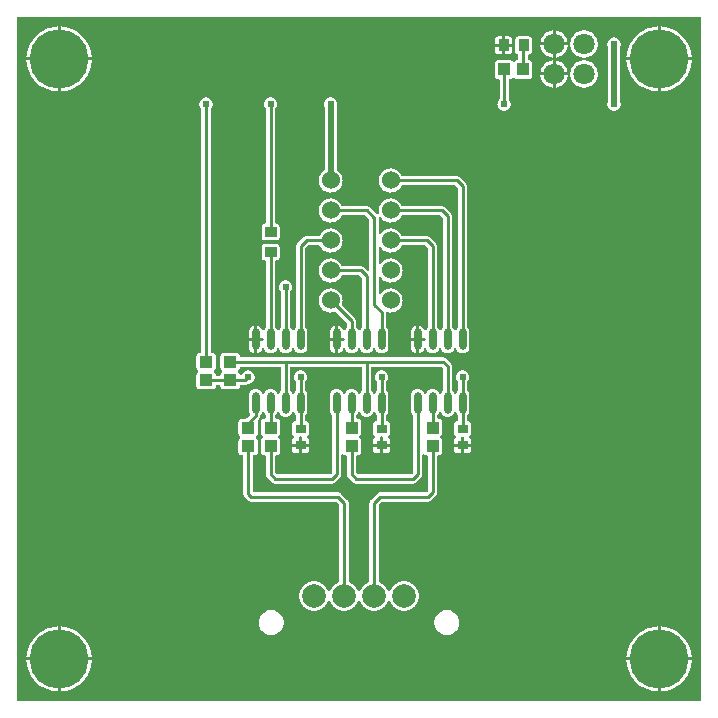
<source format=gtl>
G04 Layer: TopLayer*
G04 Panelize: , Column: 2, Row: 2, Board Size: 58.42mm x 58.42mm, Panelized Board Size: 118.84mm x 118.84mm*
G04 EasyEDA v6.5.34, 2023-09-07 21:37:19*
G04 37d5d949b0044b0a9540a43f37a93ca3,5a6b42c53f6a479593ecc07194224c93,10*
G04 Gerber Generator version 0.2*
G04 Scale: 100 percent, Rotated: No, Reflected: No *
G04 Dimensions in millimeters *
G04 leading zeros omitted , absolute positions ,4 integer and 5 decimal *
%FSLAX45Y45*%
%MOMM*%

%ADD10C,0.2540*%
%ADD11C,0.5000*%
%ADD12O,0.6299962X1.8649950000000002*%
%ADD13R,1.0000X1.1000*%
%ADD14R,0.8999X1.0000*%
%ADD15R,0.9000X0.8000*%
%ADD16R,1.0000X0.8999*%
%ADD17R,1.1000X1.0000*%
%ADD18C,1.5240*%
%ADD19C,5.0000*%
%ADD20C,2.0000*%
%ADD21C,1.8000*%
%ADD22C,0.6096*%
%ADD23C,0.0122*%

%LPD*%
G36*
X5805932Y25908D02*
G01*
X36068Y26416D01*
X32156Y27178D01*
X28905Y29362D01*
X26670Y32664D01*
X25908Y36576D01*
X25908Y5805932D01*
X26670Y5809843D01*
X28905Y5813094D01*
X32156Y5815330D01*
X36068Y5816092D01*
X5805932Y5816092D01*
X5809843Y5815330D01*
X5813094Y5813094D01*
X5815330Y5809843D01*
X5816092Y5805932D01*
X5816092Y36068D01*
X5815330Y32207D01*
X5813094Y28905D01*
X5809843Y26670D01*
G37*

%LPC*%
G36*
X4584700Y5600700D02*
G01*
X4687112Y5600700D01*
X4686960Y5602528D01*
X4684268Y5616803D01*
X4679746Y5630672D01*
X4673549Y5643829D01*
X4665776Y5656122D01*
X4656480Y5667349D01*
X4645863Y5677306D01*
X4634077Y5685840D01*
X4621326Y5692851D01*
X4607814Y5698236D01*
X4593691Y5701842D01*
X4584700Y5702960D01*
G37*
G36*
X393700Y105562D02*
G01*
X398322Y105664D01*
X421284Y108051D01*
X443992Y112369D01*
X466242Y118618D01*
X487934Y126644D01*
X508812Y136499D01*
X528828Y148031D01*
X547827Y161239D01*
X565607Y175971D01*
X582117Y192125D01*
X597204Y209600D01*
X610819Y228295D01*
X622757Y248107D01*
X633018Y268782D01*
X641553Y290271D01*
X648208Y312369D01*
X653034Y334975D01*
X655929Y357936D01*
X656336Y368300D01*
X393700Y368300D01*
G37*
G36*
X5448300Y105613D02*
G01*
X5448300Y368300D01*
X5185410Y368300D01*
X5187289Y346405D01*
X5191150Y323646D01*
X5196890Y301244D01*
X5204460Y279450D01*
X5213858Y258317D01*
X5224983Y238099D01*
X5237784Y218846D01*
X5252161Y200710D01*
X5267960Y183896D01*
X5285130Y168402D01*
X5303520Y154432D01*
X5323027Y142087D01*
X5343499Y131368D01*
X5364835Y122428D01*
X5386781Y115265D01*
X5409285Y109982D01*
X5432145Y106629D01*
G37*
G36*
X368300Y105613D02*
G01*
X368300Y368300D01*
X105410Y368300D01*
X107289Y346405D01*
X111150Y323646D01*
X116890Y301244D01*
X124460Y279450D01*
X133858Y258317D01*
X144983Y238099D01*
X157784Y218846D01*
X172161Y200710D01*
X187960Y183896D01*
X205130Y168402D01*
X223520Y154432D01*
X243027Y142087D01*
X263499Y131368D01*
X284835Y122428D01*
X306781Y115265D01*
X329285Y109982D01*
X352145Y106629D01*
G37*
G36*
X5473700Y393700D02*
G01*
X5736336Y393700D01*
X5735929Y404063D01*
X5733034Y427024D01*
X5728208Y449630D01*
X5721553Y471728D01*
X5713018Y493217D01*
X5702757Y513892D01*
X5690819Y533704D01*
X5677204Y552348D01*
X5662117Y569874D01*
X5645607Y586028D01*
X5627827Y600760D01*
X5608828Y613968D01*
X5588812Y625500D01*
X5567934Y635355D01*
X5546242Y643382D01*
X5523992Y649630D01*
X5501284Y653948D01*
X5478322Y656336D01*
X5473700Y656437D01*
G37*
G36*
X393700Y393700D02*
G01*
X656336Y393700D01*
X655929Y404063D01*
X653034Y427024D01*
X648208Y449630D01*
X641553Y471728D01*
X633018Y493217D01*
X622757Y513892D01*
X610819Y533704D01*
X597204Y552348D01*
X582117Y569874D01*
X565607Y586028D01*
X547827Y600760D01*
X528828Y613968D01*
X508812Y625500D01*
X487934Y635355D01*
X466242Y643382D01*
X443992Y649630D01*
X421284Y653948D01*
X398322Y656336D01*
X393700Y656437D01*
G37*
G36*
X5185410Y393700D02*
G01*
X5448300Y393700D01*
X5448300Y656386D01*
X5432145Y655370D01*
X5409285Y652018D01*
X5386781Y646734D01*
X5364835Y639572D01*
X5343499Y630631D01*
X5323027Y619912D01*
X5303520Y607568D01*
X5285130Y593598D01*
X5267960Y578104D01*
X5252161Y561289D01*
X5237784Y543153D01*
X5224983Y523900D01*
X5213858Y503682D01*
X5204460Y482549D01*
X5196890Y460756D01*
X5191150Y438353D01*
X5187289Y415594D01*
G37*
G36*
X105410Y393700D02*
G01*
X368300Y393700D01*
X368300Y656386D01*
X352145Y655370D01*
X329285Y652018D01*
X306781Y646734D01*
X284835Y639572D01*
X263499Y630631D01*
X243027Y619912D01*
X223520Y607568D01*
X205130Y593598D01*
X187960Y578104D01*
X172161Y561289D01*
X157784Y543153D01*
X144983Y523900D01*
X133858Y503682D01*
X124460Y482549D01*
X116890Y460756D01*
X111150Y438353D01*
X107289Y415594D01*
G37*
G36*
X2177440Y583488D02*
G01*
X2191258Y584403D01*
X2204821Y587095D01*
X2217978Y591566D01*
X2230374Y597662D01*
X2241905Y605383D01*
X2252319Y614527D01*
X2261463Y624941D01*
X2269134Y636422D01*
X2275281Y648868D01*
X2279700Y661974D01*
X2282444Y675538D01*
X2283307Y689356D01*
X2282444Y703224D01*
X2279700Y716788D01*
X2275281Y729894D01*
X2269134Y742340D01*
X2261463Y753821D01*
X2252319Y764235D01*
X2241905Y773379D01*
X2230374Y781100D01*
X2217978Y787196D01*
X2204821Y791667D01*
X2191258Y794359D01*
X2177440Y795274D01*
X2163622Y794359D01*
X2150059Y791667D01*
X2136902Y787196D01*
X2124506Y781100D01*
X2112975Y773379D01*
X2102561Y764235D01*
X2093417Y753821D01*
X2085746Y742340D01*
X2079599Y729894D01*
X2075180Y716788D01*
X2072436Y703224D01*
X2071573Y689356D01*
X2072436Y675538D01*
X2075180Y661974D01*
X2079599Y648868D01*
X2085746Y636422D01*
X2093417Y624941D01*
X2102561Y614527D01*
X2112975Y605383D01*
X2124506Y597662D01*
X2136902Y591566D01*
X2150059Y587095D01*
X2163622Y584403D01*
G37*
G36*
X3664559Y583488D02*
G01*
X3678377Y584403D01*
X3691940Y587095D01*
X3705047Y591566D01*
X3717493Y597662D01*
X3728974Y605383D01*
X3739387Y614527D01*
X3748532Y624941D01*
X3756253Y636422D01*
X3762349Y648868D01*
X3766820Y661974D01*
X3769512Y675538D01*
X3770426Y689356D01*
X3769512Y703224D01*
X3766820Y716788D01*
X3762349Y729894D01*
X3756253Y742340D01*
X3748532Y753821D01*
X3739387Y764235D01*
X3728974Y773379D01*
X3717493Y781100D01*
X3705047Y787196D01*
X3691940Y791667D01*
X3678377Y794359D01*
X3664559Y795274D01*
X3650691Y794359D01*
X3637127Y791667D01*
X3624021Y787196D01*
X3611575Y781100D01*
X3600094Y773379D01*
X3589680Y764235D01*
X3580536Y753821D01*
X3572814Y742340D01*
X3566718Y729894D01*
X3562248Y716788D01*
X3559556Y703224D01*
X3558641Y689356D01*
X3559556Y675538D01*
X3562248Y661974D01*
X3566718Y648868D01*
X3572814Y636422D01*
X3580536Y624941D01*
X3589680Y614527D01*
X3600094Y605383D01*
X3611575Y597662D01*
X3624021Y591566D01*
X3637127Y587095D01*
X3650691Y584403D01*
G37*
G36*
X2540000Y788517D02*
G01*
X2555189Y789432D01*
X2570124Y792175D01*
X2584653Y796696D01*
X2598521Y802894D01*
X2611526Y810768D01*
X2623464Y820166D01*
X2634234Y830884D01*
X2643581Y842873D01*
X2651455Y855878D01*
X2657754Y869797D01*
X2659938Y872947D01*
X2663190Y875080D01*
X2667000Y875792D01*
X2670810Y875080D01*
X2674061Y872947D01*
X2676245Y869797D01*
X2682544Y855878D01*
X2690418Y842873D01*
X2699766Y830884D01*
X2710535Y820166D01*
X2722473Y810768D01*
X2735478Y802894D01*
X2749346Y796696D01*
X2763875Y792175D01*
X2778810Y789432D01*
X2794000Y788517D01*
X2809189Y789432D01*
X2824124Y792175D01*
X2838653Y796696D01*
X2852521Y802894D01*
X2865526Y810768D01*
X2877464Y820166D01*
X2888234Y830884D01*
X2897581Y842873D01*
X2905455Y855878D01*
X2911754Y869797D01*
X2913938Y872947D01*
X2917190Y875080D01*
X2921000Y875792D01*
X2924810Y875080D01*
X2928061Y872947D01*
X2930245Y869797D01*
X2936544Y855878D01*
X2944418Y842873D01*
X2953766Y830884D01*
X2964535Y820166D01*
X2976473Y810768D01*
X2989478Y802894D01*
X3003346Y796696D01*
X3017875Y792175D01*
X3032810Y789432D01*
X3048000Y788517D01*
X3063189Y789432D01*
X3078124Y792175D01*
X3092653Y796696D01*
X3106521Y802894D01*
X3119526Y810768D01*
X3131464Y820166D01*
X3142234Y830884D01*
X3151581Y842873D01*
X3159455Y855878D01*
X3165754Y869797D01*
X3167938Y872947D01*
X3171190Y875080D01*
X3175000Y875792D01*
X3178810Y875080D01*
X3182061Y872947D01*
X3184245Y869797D01*
X3190544Y855878D01*
X3198418Y842873D01*
X3207766Y830884D01*
X3218535Y820166D01*
X3230473Y810768D01*
X3243478Y802894D01*
X3257346Y796696D01*
X3271875Y792175D01*
X3286810Y789432D01*
X3302000Y788517D01*
X3317189Y789432D01*
X3332124Y792175D01*
X3346653Y796696D01*
X3360521Y802894D01*
X3373526Y810768D01*
X3385464Y820166D01*
X3396234Y830884D01*
X3405581Y842873D01*
X3413455Y855878D01*
X3419703Y869746D01*
X3424224Y884275D01*
X3426968Y899210D01*
X3427882Y914400D01*
X3426968Y929538D01*
X3424224Y944524D01*
X3419703Y959053D01*
X3413455Y972870D01*
X3405581Y985875D01*
X3396234Y997864D01*
X3385464Y1008634D01*
X3373526Y1017981D01*
X3360521Y1025855D01*
X3346653Y1032103D01*
X3332124Y1036624D01*
X3317189Y1039368D01*
X3302000Y1040282D01*
X3286810Y1039368D01*
X3271875Y1036624D01*
X3257346Y1032103D01*
X3243478Y1025855D01*
X3230473Y1017981D01*
X3218535Y1008634D01*
X3207766Y997864D01*
X3198418Y985875D01*
X3190544Y972870D01*
X3184245Y958951D01*
X3182061Y955802D01*
X3178810Y953719D01*
X3175000Y952957D01*
X3171190Y953719D01*
X3167938Y955802D01*
X3165754Y958951D01*
X3159455Y972870D01*
X3151581Y985875D01*
X3142234Y997864D01*
X3131464Y1008634D01*
X3119526Y1017981D01*
X3106521Y1025855D01*
X3092602Y1032103D01*
X3089452Y1034338D01*
X3087319Y1037590D01*
X3086608Y1041400D01*
X3086608Y1681581D01*
X3087370Y1685493D01*
X3089605Y1688795D01*
X3111804Y1710994D01*
X3115106Y1713230D01*
X3119018Y1713992D01*
X3504692Y1713992D01*
X3512718Y1714804D01*
X3519932Y1716989D01*
X3526637Y1720545D01*
X3532835Y1725675D01*
X3570224Y1763064D01*
X3575354Y1769262D01*
X3578910Y1775968D01*
X3581095Y1783181D01*
X3581908Y1791207D01*
X3581908Y2094534D01*
X3582670Y2098395D01*
X3584905Y2101697D01*
X3588156Y2103932D01*
X3592068Y2104694D01*
X3597706Y2104694D01*
X3604056Y2105406D01*
X3609492Y2107336D01*
X3614420Y2110384D01*
X3618484Y2114499D01*
X3621582Y2119376D01*
X3623513Y2124862D01*
X3624224Y2131161D01*
X3624224Y2230018D01*
X3623513Y2236368D01*
X3621582Y2241804D01*
X3618484Y2246731D01*
X3614420Y2250795D01*
X3612540Y2252014D01*
X3609594Y2254808D01*
X3607968Y2258568D01*
X3607968Y2262632D01*
X3609594Y2266391D01*
X3612540Y2269185D01*
X3614420Y2270404D01*
X3618484Y2274468D01*
X3621582Y2279396D01*
X3623513Y2284831D01*
X3624224Y2291181D01*
X3624224Y2390038D01*
X3623513Y2396337D01*
X3621582Y2401824D01*
X3618484Y2406700D01*
X3614420Y2410815D01*
X3609492Y2413863D01*
X3604056Y2415794D01*
X3597706Y2416505D01*
X3592068Y2416505D01*
X3588156Y2417267D01*
X3584905Y2419451D01*
X3582670Y2422753D01*
X3581908Y2426665D01*
X3581908Y2442972D01*
X3582619Y2446629D01*
X3584600Y2449830D01*
X3588562Y2454148D01*
X3593744Y2462072D01*
X3597503Y2470607D01*
X3599687Y2473807D01*
X3602990Y2475941D01*
X3606800Y2476703D01*
X3610610Y2475941D01*
X3613861Y2473807D01*
X3616096Y2470607D01*
X3619855Y2462072D01*
X3625037Y2454148D01*
X3631437Y2447188D01*
X3638905Y2441346D01*
X3647236Y2436876D01*
X3656228Y2433777D01*
X3665575Y2432202D01*
X3675024Y2432202D01*
X3684371Y2433777D01*
X3693363Y2436876D01*
X3701694Y2441346D01*
X3709162Y2447188D01*
X3715562Y2454148D01*
X3720744Y2462072D01*
X3724503Y2470607D01*
X3726687Y2473807D01*
X3729990Y2475941D01*
X3733800Y2476703D01*
X3737610Y2475941D01*
X3740861Y2473807D01*
X3743096Y2470607D01*
X3746855Y2462072D01*
X3752037Y2454148D01*
X3755999Y2449830D01*
X3757980Y2446629D01*
X3758692Y2442921D01*
X3758692Y2406243D01*
X3758031Y2402586D01*
X3756101Y2399487D01*
X3753205Y2397201D01*
X3749649Y2396134D01*
X3746550Y2395778D01*
X3741064Y2393899D01*
X3736187Y2390800D01*
X3732072Y2386685D01*
X3729024Y2381808D01*
X3727094Y2376322D01*
X3726383Y2370023D01*
X3726383Y2291181D01*
X3727094Y2284831D01*
X3729024Y2279396D01*
X3732072Y2274468D01*
X3736187Y2270404D01*
X3738067Y2269185D01*
X3741013Y2266391D01*
X3742639Y2262632D01*
X3742639Y2258568D01*
X3741013Y2254808D01*
X3738067Y2252014D01*
X3736187Y2250795D01*
X3732072Y2246731D01*
X3729024Y2241804D01*
X3727094Y2236368D01*
X3726383Y2230018D01*
X3726383Y2203297D01*
X3784600Y2203297D01*
X3784600Y2254504D01*
X3785362Y2258415D01*
X3787597Y2261717D01*
X3790848Y2263902D01*
X3794760Y2264664D01*
X3799840Y2264664D01*
X3803751Y2263902D01*
X3807002Y2261717D01*
X3809237Y2258415D01*
X3810000Y2254504D01*
X3810000Y2203297D01*
X3868216Y2203297D01*
X3868216Y2230018D01*
X3867505Y2236368D01*
X3865575Y2241804D01*
X3862527Y2246731D01*
X3858412Y2250795D01*
X3856532Y2252014D01*
X3853586Y2254808D01*
X3851960Y2258568D01*
X3851960Y2262632D01*
X3853586Y2266391D01*
X3856532Y2269185D01*
X3858412Y2270404D01*
X3862527Y2274468D01*
X3865575Y2279396D01*
X3867505Y2284831D01*
X3868216Y2291181D01*
X3868216Y2370023D01*
X3867505Y2376322D01*
X3865575Y2381808D01*
X3862527Y2386685D01*
X3858412Y2390800D01*
X3853535Y2393899D01*
X3848049Y2395778D01*
X3844950Y2396134D01*
X3841394Y2397201D01*
X3838498Y2399487D01*
X3836568Y2402586D01*
X3835908Y2406243D01*
X3835908Y2442972D01*
X3836619Y2446629D01*
X3838600Y2449830D01*
X3842562Y2454148D01*
X3847744Y2462072D01*
X3851554Y2470759D01*
X3853891Y2479954D01*
X3854704Y2489809D01*
X3854704Y2612491D01*
X3853891Y2622346D01*
X3851554Y2631541D01*
X3847744Y2640177D01*
X3842562Y2648153D01*
X3838600Y2652471D01*
X3836619Y2655671D01*
X3835908Y2659329D01*
X3835908Y2723591D01*
X3836670Y2727502D01*
X3838854Y2730804D01*
X3840479Y2732379D01*
X3846068Y2740406D01*
X3850233Y2749346D01*
X3852773Y2758795D01*
X3853637Y2768600D01*
X3852773Y2778404D01*
X3850233Y2787853D01*
X3846068Y2796794D01*
X3840479Y2804820D01*
X3833520Y2811780D01*
X3825443Y2817418D01*
X3816553Y2821533D01*
X3807053Y2824073D01*
X3797300Y2824937D01*
X3787495Y2824073D01*
X3777996Y2821533D01*
X3769106Y2817418D01*
X3761079Y2811780D01*
X3754120Y2804820D01*
X3748481Y2796794D01*
X3744366Y2787853D01*
X3741775Y2778404D01*
X3740962Y2768600D01*
X3741775Y2758795D01*
X3744366Y2749346D01*
X3748481Y2740406D01*
X3754120Y2732379D01*
X3755694Y2730804D01*
X3757929Y2727502D01*
X3758692Y2723591D01*
X3758692Y2659329D01*
X3757980Y2655671D01*
X3755999Y2652471D01*
X3752037Y2648153D01*
X3746855Y2640177D01*
X3743096Y2631694D01*
X3740861Y2628493D01*
X3737610Y2626360D01*
X3733800Y2625598D01*
X3729990Y2626360D01*
X3726687Y2628493D01*
X3724503Y2631694D01*
X3720744Y2640177D01*
X3715562Y2648153D01*
X3711600Y2652471D01*
X3709619Y2655620D01*
X3708908Y2659329D01*
X3708908Y2856992D01*
X3708095Y2865018D01*
X3705910Y2872232D01*
X3702354Y2878937D01*
X3697224Y2885135D01*
X3659835Y2922524D01*
X3653637Y2927654D01*
X3646932Y2931210D01*
X3639718Y2933395D01*
X3631692Y2934208D01*
X1919884Y2934208D01*
X1915972Y2934970D01*
X1912670Y2937205D01*
X1910486Y2940456D01*
X1909724Y2944368D01*
X1909724Y2948787D01*
X1909013Y2955137D01*
X1907082Y2960573D01*
X1903984Y2965500D01*
X1899920Y2969564D01*
X1894992Y2972663D01*
X1889556Y2974594D01*
X1883206Y2975305D01*
X1774393Y2975305D01*
X1768043Y2974594D01*
X1762607Y2972663D01*
X1757680Y2969564D01*
X1753616Y2965500D01*
X1750517Y2960573D01*
X1748586Y2955137D01*
X1747875Y2948787D01*
X1747875Y2849930D01*
X1748586Y2843631D01*
X1750517Y2838145D01*
X1753616Y2833268D01*
X1757680Y2829153D01*
X1759559Y2827985D01*
X1762506Y2825191D01*
X1764131Y2821432D01*
X1764131Y2817368D01*
X1762506Y2813608D01*
X1759559Y2810764D01*
X1757680Y2809595D01*
X1753616Y2805480D01*
X1750517Y2800604D01*
X1748637Y2795219D01*
X1747824Y2787142D01*
X1746808Y2783586D01*
X1744573Y2780639D01*
X1741373Y2778658D01*
X1737715Y2777998D01*
X1716684Y2777998D01*
X1713026Y2778658D01*
X1709826Y2780639D01*
X1707591Y2783586D01*
X1706575Y2787142D01*
X1705762Y2795219D01*
X1703882Y2800604D01*
X1700784Y2805480D01*
X1696720Y2809595D01*
X1694840Y2810764D01*
X1691893Y2813608D01*
X1690268Y2817368D01*
X1690268Y2821432D01*
X1691893Y2825191D01*
X1694840Y2827985D01*
X1696720Y2829153D01*
X1700784Y2833268D01*
X1703882Y2838145D01*
X1705813Y2843631D01*
X1706524Y2849930D01*
X1706524Y2948787D01*
X1705813Y2955137D01*
X1703882Y2960573D01*
X1700784Y2965500D01*
X1696720Y2969564D01*
X1691792Y2972663D01*
X1686356Y2974594D01*
X1680006Y2975305D01*
X1674368Y2975305D01*
X1670456Y2976067D01*
X1667205Y2978251D01*
X1664970Y2981553D01*
X1664207Y2985465D01*
X1664207Y5034991D01*
X1664970Y5038902D01*
X1667205Y5042204D01*
X1668780Y5043779D01*
X1674418Y5051806D01*
X1678533Y5060696D01*
X1681073Y5070195D01*
X1681937Y5080000D01*
X1681073Y5089753D01*
X1678533Y5099253D01*
X1674418Y5108143D01*
X1668780Y5116220D01*
X1661820Y5123129D01*
X1653793Y5128768D01*
X1644853Y5132933D01*
X1635404Y5135473D01*
X1625600Y5136337D01*
X1615795Y5135473D01*
X1606346Y5132933D01*
X1597406Y5128768D01*
X1589379Y5123129D01*
X1582420Y5116220D01*
X1576781Y5108143D01*
X1572666Y5099253D01*
X1570126Y5089753D01*
X1569262Y5080000D01*
X1570126Y5070195D01*
X1572666Y5060696D01*
X1576781Y5051806D01*
X1582420Y5043779D01*
X1583994Y5042204D01*
X1586230Y5038902D01*
X1586992Y5034991D01*
X1586992Y2985465D01*
X1586230Y2981553D01*
X1583994Y2978251D01*
X1580692Y2976067D01*
X1576832Y2975305D01*
X1571193Y2975305D01*
X1564843Y2974594D01*
X1559407Y2972663D01*
X1554480Y2969564D01*
X1550416Y2965500D01*
X1547317Y2960573D01*
X1545386Y2955137D01*
X1544675Y2948787D01*
X1544675Y2849930D01*
X1545386Y2843631D01*
X1547317Y2838145D01*
X1550416Y2833268D01*
X1554480Y2829153D01*
X1556359Y2827985D01*
X1559306Y2825191D01*
X1560931Y2821432D01*
X1560931Y2817368D01*
X1559306Y2813608D01*
X1556359Y2810764D01*
X1554480Y2809595D01*
X1550416Y2805480D01*
X1547317Y2800604D01*
X1545386Y2795168D01*
X1544675Y2788818D01*
X1544675Y2689961D01*
X1545386Y2683662D01*
X1547317Y2678176D01*
X1550416Y2673299D01*
X1554480Y2669184D01*
X1559407Y2666085D01*
X1564843Y2664206D01*
X1571193Y2663494D01*
X1680006Y2663494D01*
X1686356Y2664206D01*
X1691792Y2666085D01*
X1696720Y2669184D01*
X1700784Y2673299D01*
X1703882Y2678176D01*
X1705762Y2683560D01*
X1706575Y2691587D01*
X1707591Y2695194D01*
X1709826Y2698140D01*
X1713026Y2700070D01*
X1716684Y2700782D01*
X1737715Y2700782D01*
X1741373Y2700070D01*
X1744573Y2698140D01*
X1746808Y2695194D01*
X1747824Y2691587D01*
X1748637Y2683560D01*
X1750517Y2678176D01*
X1753616Y2673299D01*
X1757680Y2669184D01*
X1762607Y2666085D01*
X1768043Y2664206D01*
X1774393Y2663494D01*
X1883206Y2663494D01*
X1889556Y2664206D01*
X1894992Y2666085D01*
X1899920Y2669184D01*
X1903984Y2673299D01*
X1907082Y2678176D01*
X1908962Y2683560D01*
X1909775Y2691587D01*
X1910791Y2695194D01*
X1913026Y2698140D01*
X1916226Y2700070D01*
X1919884Y2700782D01*
X1951482Y2700782D01*
X1959508Y2701544D01*
X1966722Y2703779D01*
X1973376Y2707335D01*
X1976780Y2710078D01*
X1979371Y2711653D01*
X1982317Y2712364D01*
X1991004Y2713126D01*
X2000453Y2715666D01*
X2009393Y2719781D01*
X2017420Y2725420D01*
X2024380Y2732379D01*
X2030018Y2740406D01*
X2034133Y2749346D01*
X2036673Y2758795D01*
X2037537Y2768600D01*
X2036673Y2778404D01*
X2034133Y2787853D01*
X2030018Y2796794D01*
X2024380Y2804820D01*
X2017420Y2811780D01*
X2009393Y2817418D01*
X2000453Y2821533D01*
X1991004Y2824073D01*
X1981200Y2824937D01*
X1971395Y2824073D01*
X1961946Y2821533D01*
X1953006Y2817418D01*
X1944979Y2811780D01*
X1938020Y2804820D01*
X1932381Y2796794D01*
X1928672Y2788767D01*
X1926031Y2785313D01*
X1922170Y2783281D01*
X1917801Y2783027D01*
X1913788Y2784652D01*
X1910740Y2787802D01*
X1909368Y2791917D01*
X1909013Y2795168D01*
X1907082Y2800604D01*
X1903984Y2805480D01*
X1899920Y2809595D01*
X1898040Y2810764D01*
X1895093Y2813608D01*
X1893468Y2817368D01*
X1893468Y2821432D01*
X1895093Y2825191D01*
X1898040Y2827985D01*
X1899920Y2829153D01*
X1903984Y2833268D01*
X1907082Y2838145D01*
X1909013Y2843631D01*
X1909470Y2847949D01*
X1910537Y2851505D01*
X1912823Y2854401D01*
X1915972Y2856331D01*
X1919579Y2856992D01*
X2249932Y2856992D01*
X2253792Y2856230D01*
X2257094Y2853994D01*
X2259330Y2850743D01*
X2260092Y2846832D01*
X2260092Y2659329D01*
X2259380Y2655671D01*
X2257399Y2652471D01*
X2253437Y2648153D01*
X2248255Y2640177D01*
X2244496Y2631694D01*
X2242261Y2628493D01*
X2239010Y2626360D01*
X2235200Y2625598D01*
X2231390Y2626360D01*
X2228088Y2628493D01*
X2225903Y2631694D01*
X2222144Y2640177D01*
X2216962Y2648153D01*
X2210562Y2655112D01*
X2203094Y2660904D01*
X2194763Y2665425D01*
X2185771Y2668524D01*
X2176424Y2670048D01*
X2166975Y2670048D01*
X2157628Y2668524D01*
X2148636Y2665425D01*
X2140305Y2660904D01*
X2132838Y2655112D01*
X2126437Y2648153D01*
X2121255Y2640177D01*
X2117496Y2631694D01*
X2115261Y2628493D01*
X2112010Y2626360D01*
X2108200Y2625598D01*
X2104390Y2626360D01*
X2101088Y2628493D01*
X2098903Y2631694D01*
X2095144Y2640177D01*
X2089962Y2648153D01*
X2083562Y2655112D01*
X2076094Y2660904D01*
X2067763Y2665425D01*
X2058771Y2668524D01*
X2049424Y2670048D01*
X2039975Y2670048D01*
X2030628Y2668524D01*
X2021636Y2665425D01*
X2013305Y2660904D01*
X2005838Y2655112D01*
X1999437Y2648153D01*
X1994255Y2640177D01*
X1990445Y2631541D01*
X1988108Y2622346D01*
X1987296Y2612491D01*
X1987296Y2489809D01*
X1988108Y2479954D01*
X1990445Y2470759D01*
X1994255Y2462072D01*
X1997456Y2457145D01*
X1998827Y2453995D01*
X1999030Y2450541D01*
X1998116Y2447239D01*
X1996135Y2444445D01*
X1971141Y2419451D01*
X1967890Y2417267D01*
X1963978Y2416505D01*
X1926742Y2416505D01*
X1920443Y2415794D01*
X1914956Y2413863D01*
X1910080Y2410764D01*
X1905965Y2406700D01*
X1902917Y2401773D01*
X1900986Y2396337D01*
X1900275Y2389987D01*
X1900275Y2291130D01*
X1900986Y2284831D01*
X1902917Y2279345D01*
X1905965Y2274468D01*
X1910080Y2270353D01*
X1911959Y2269185D01*
X1914906Y2266391D01*
X1916531Y2262632D01*
X1916531Y2258568D01*
X1914906Y2254808D01*
X1911959Y2251964D01*
X1910080Y2250795D01*
X1905965Y2246680D01*
X1902917Y2241804D01*
X1900986Y2236368D01*
X1900275Y2230018D01*
X1900275Y2131161D01*
X1900986Y2124862D01*
X1902917Y2119376D01*
X1905965Y2114499D01*
X1910080Y2110384D01*
X1914956Y2107285D01*
X1920443Y2105406D01*
X1926742Y2104694D01*
X1932432Y2104694D01*
X1936343Y2103932D01*
X1939594Y2101697D01*
X1941830Y2098395D01*
X1942592Y2094534D01*
X1942592Y1778507D01*
X1943404Y1770481D01*
X1945589Y1763268D01*
X1949145Y1756562D01*
X1954275Y1750364D01*
X1978964Y1725675D01*
X1985162Y1720545D01*
X1991868Y1716989D01*
X1999081Y1714804D01*
X2007107Y1713992D01*
X2722981Y1713992D01*
X2726893Y1713230D01*
X2730195Y1710994D01*
X2752394Y1688795D01*
X2754630Y1685493D01*
X2755392Y1681581D01*
X2755392Y1041400D01*
X2754680Y1037590D01*
X2752547Y1034338D01*
X2749397Y1032103D01*
X2735478Y1025855D01*
X2722473Y1017981D01*
X2710535Y1008634D01*
X2699766Y997864D01*
X2690418Y985875D01*
X2682544Y972870D01*
X2676245Y958951D01*
X2674061Y955802D01*
X2670810Y953719D01*
X2667000Y952957D01*
X2663190Y953719D01*
X2659938Y955802D01*
X2657754Y958951D01*
X2651455Y972870D01*
X2643581Y985875D01*
X2634234Y997864D01*
X2623464Y1008634D01*
X2611526Y1017981D01*
X2598521Y1025855D01*
X2584653Y1032103D01*
X2570124Y1036624D01*
X2555189Y1039368D01*
X2540000Y1040282D01*
X2524810Y1039368D01*
X2509875Y1036624D01*
X2495346Y1032103D01*
X2481478Y1025855D01*
X2468473Y1017981D01*
X2456535Y1008634D01*
X2445766Y997864D01*
X2436418Y985875D01*
X2428544Y972870D01*
X2422296Y959053D01*
X2417775Y944524D01*
X2415032Y929538D01*
X2414117Y914400D01*
X2415032Y899210D01*
X2417775Y884275D01*
X2422296Y869746D01*
X2428544Y855878D01*
X2436418Y842873D01*
X2445766Y830884D01*
X2456535Y820166D01*
X2468473Y810768D01*
X2481478Y802894D01*
X2495346Y796696D01*
X2509875Y792175D01*
X2524810Y789432D01*
G37*
G36*
X4456887Y5600700D02*
G01*
X4559300Y5600700D01*
X4559300Y5702960D01*
X4550308Y5701842D01*
X4536186Y5698236D01*
X4522673Y5692851D01*
X4509922Y5685840D01*
X4498136Y5677306D01*
X4487519Y5667349D01*
X4478223Y5656122D01*
X4470450Y5643829D01*
X4464253Y5630672D01*
X4459732Y5616803D01*
X4457039Y5602528D01*
G37*
G36*
X4073194Y5588000D02*
G01*
X4131411Y5588000D01*
X4131411Y5651195D01*
X4099661Y5651195D01*
X4093362Y5650484D01*
X4087876Y5648604D01*
X4082999Y5645505D01*
X4078884Y5641390D01*
X4075785Y5636514D01*
X4073906Y5631027D01*
X4073194Y5624728D01*
G37*
G36*
X4156811Y5588000D02*
G01*
X4214977Y5588000D01*
X4214977Y5624728D01*
X4214266Y5631027D01*
X4212386Y5636514D01*
X4209288Y5641390D01*
X4205224Y5645505D01*
X4200296Y5648604D01*
X4194860Y5650484D01*
X4188510Y5651195D01*
X4156811Y5651195D01*
G37*
G36*
X4099661Y5499404D02*
G01*
X4131411Y5499404D01*
X4131411Y5562600D01*
X4073194Y5562600D01*
X4073194Y5525871D01*
X4073906Y5519521D01*
X4075785Y5514086D01*
X4078884Y5509158D01*
X4082999Y5505094D01*
X4087876Y5501995D01*
X4093362Y5500116D01*
G37*
G36*
X4156811Y5499404D02*
G01*
X4188510Y5499404D01*
X4194860Y5500116D01*
X4200296Y5501995D01*
X4205224Y5505094D01*
X4209288Y5509158D01*
X4212386Y5514086D01*
X4214266Y5519521D01*
X4214977Y5525871D01*
X4214977Y5562600D01*
X4156811Y5562600D01*
G37*
G36*
X105410Y5473700D02*
G01*
X368300Y5473700D01*
X368300Y5736386D01*
X352145Y5735370D01*
X329285Y5732018D01*
X306781Y5726734D01*
X284835Y5719572D01*
X263499Y5710631D01*
X243027Y5699912D01*
X223520Y5687568D01*
X205130Y5673598D01*
X187960Y5658104D01*
X172161Y5641289D01*
X157784Y5623153D01*
X144983Y5603900D01*
X133858Y5583682D01*
X124460Y5562549D01*
X116890Y5540756D01*
X111150Y5518353D01*
X107289Y5495594D01*
G37*
G36*
X5185410Y5473700D02*
G01*
X5448300Y5473700D01*
X5448300Y5736386D01*
X5432145Y5735370D01*
X5409285Y5732018D01*
X5386781Y5726734D01*
X5364835Y5719572D01*
X5343499Y5710631D01*
X5323027Y5699912D01*
X5303520Y5687568D01*
X5285130Y5673598D01*
X5267960Y5658104D01*
X5252161Y5641289D01*
X5237784Y5623153D01*
X5224983Y5603900D01*
X5213858Y5583682D01*
X5204460Y5562549D01*
X5196890Y5540756D01*
X5191150Y5518353D01*
X5187289Y5495594D01*
G37*
G36*
X5473700Y5473700D02*
G01*
X5736336Y5473700D01*
X5735929Y5484063D01*
X5733034Y5507024D01*
X5728208Y5529630D01*
X5721553Y5551728D01*
X5713018Y5573217D01*
X5702757Y5593892D01*
X5690819Y5613704D01*
X5677204Y5632348D01*
X5662117Y5649874D01*
X5645607Y5666028D01*
X5627827Y5680760D01*
X5608828Y5693968D01*
X5588812Y5705500D01*
X5567934Y5715355D01*
X5546242Y5723382D01*
X5523992Y5729630D01*
X5501284Y5733948D01*
X5478322Y5736336D01*
X5473700Y5736437D01*
G37*
G36*
X393700Y5473700D02*
G01*
X656336Y5473700D01*
X655929Y5484063D01*
X653034Y5507024D01*
X648208Y5529630D01*
X641553Y5551728D01*
X633018Y5573217D01*
X622757Y5593892D01*
X610819Y5613704D01*
X597204Y5632348D01*
X582117Y5649874D01*
X565607Y5666028D01*
X547827Y5680760D01*
X528828Y5693968D01*
X508812Y5705500D01*
X487934Y5715355D01*
X466242Y5723382D01*
X443992Y5729630D01*
X421284Y5733948D01*
X398322Y5736336D01*
X393700Y5736437D01*
G37*
G36*
X4584700Y5473039D02*
G01*
X4593691Y5474157D01*
X4607814Y5477764D01*
X4621326Y5483148D01*
X4634077Y5490159D01*
X4645863Y5498693D01*
X4656480Y5508650D01*
X4665776Y5519877D01*
X4673549Y5532170D01*
X4679746Y5545328D01*
X4684268Y5559196D01*
X4686960Y5573471D01*
X4687112Y5575300D01*
X4584700Y5575300D01*
G37*
G36*
X3752850Y2124710D02*
G01*
X3784600Y2124710D01*
X3784600Y2177897D01*
X3726383Y2177897D01*
X3726383Y2151176D01*
X3727094Y2144877D01*
X3729024Y2139391D01*
X3732072Y2134514D01*
X3736187Y2130399D01*
X3741064Y2127300D01*
X3746550Y2125421D01*
G37*
G36*
X3810000Y2124710D02*
G01*
X3841750Y2124710D01*
X3848049Y2125421D01*
X3853535Y2127300D01*
X3858412Y2130399D01*
X3862527Y2134514D01*
X3865575Y2139391D01*
X3867505Y2144877D01*
X3868216Y2151176D01*
X3868216Y2177897D01*
X3810000Y2177897D01*
G37*
G36*
X4559300Y5473039D02*
G01*
X4559300Y5575300D01*
X4456887Y5575300D01*
X4457039Y5573471D01*
X4459732Y5559196D01*
X4464253Y5545328D01*
X4470450Y5532170D01*
X4478223Y5519877D01*
X4487519Y5508650D01*
X4498136Y5498693D01*
X4509922Y5490159D01*
X4522673Y5483148D01*
X4536186Y5477764D01*
X4550308Y5474157D01*
G37*
G36*
X4818735Y5472328D02*
G01*
X4833264Y5472328D01*
X4847691Y5474157D01*
X4861814Y5477764D01*
X4875326Y5483148D01*
X4888077Y5490159D01*
X4899863Y5498693D01*
X4910480Y5508650D01*
X4919776Y5519877D01*
X4927549Y5532170D01*
X4933746Y5545328D01*
X4938268Y5559196D01*
X4940960Y5573471D01*
X4941874Y5588000D01*
X4940960Y5602528D01*
X4938268Y5616803D01*
X4933746Y5630672D01*
X4927549Y5643829D01*
X4919776Y5656122D01*
X4910480Y5667349D01*
X4899863Y5677306D01*
X4888077Y5685840D01*
X4875326Y5692851D01*
X4861814Y5698236D01*
X4847691Y5701842D01*
X4833264Y5703671D01*
X4818735Y5703671D01*
X4804308Y5701842D01*
X4790186Y5698236D01*
X4776673Y5692851D01*
X4763922Y5685840D01*
X4752136Y5677306D01*
X4741519Y5667349D01*
X4732223Y5656122D01*
X4724450Y5643829D01*
X4718253Y5630672D01*
X4713732Y5616803D01*
X4711039Y5602528D01*
X4710125Y5588000D01*
X4711039Y5573471D01*
X4713732Y5559196D01*
X4718253Y5545328D01*
X4724450Y5532170D01*
X4732223Y5519877D01*
X4741519Y5508650D01*
X4752136Y5498693D01*
X4763922Y5490159D01*
X4776673Y5483148D01*
X4790186Y5477764D01*
X4804308Y5474157D01*
G37*
G36*
X4456887Y5346700D02*
G01*
X4559300Y5346700D01*
X4559300Y5448960D01*
X4550308Y5447842D01*
X4536186Y5444236D01*
X4522673Y5438851D01*
X4509922Y5431840D01*
X4498136Y5423306D01*
X4487519Y5413349D01*
X4478223Y5402122D01*
X4470450Y5389829D01*
X4464253Y5376672D01*
X4459732Y5362803D01*
X4457039Y5348528D01*
G37*
G36*
X4584700Y5346700D02*
G01*
X4687112Y5346700D01*
X4686960Y5348528D01*
X4684268Y5362803D01*
X4679746Y5376672D01*
X4673549Y5389829D01*
X4665776Y5402122D01*
X4656480Y5413349D01*
X4645863Y5423306D01*
X4634077Y5431840D01*
X4621326Y5438851D01*
X4607814Y5444236D01*
X4593691Y5447842D01*
X4584700Y5448960D01*
G37*
G36*
X4584700Y5219039D02*
G01*
X4593691Y5220157D01*
X4607814Y5223764D01*
X4621326Y5229148D01*
X4634077Y5236159D01*
X4645863Y5244693D01*
X4656480Y5254650D01*
X4665776Y5265877D01*
X4673549Y5278170D01*
X4679746Y5291328D01*
X4684268Y5305196D01*
X4686960Y5319471D01*
X4687112Y5321300D01*
X4584700Y5321300D01*
G37*
G36*
X4559300Y5219039D02*
G01*
X4559300Y5321300D01*
X4456887Y5321300D01*
X4457039Y5319471D01*
X4459732Y5305196D01*
X4464253Y5291328D01*
X4470450Y5278170D01*
X4478223Y5265877D01*
X4487519Y5254650D01*
X4498136Y5244693D01*
X4509922Y5236159D01*
X4522673Y5229148D01*
X4536186Y5223764D01*
X4550308Y5220157D01*
G37*
G36*
X4818735Y5218328D02*
G01*
X4833264Y5218328D01*
X4847691Y5220157D01*
X4861814Y5223764D01*
X4875326Y5229148D01*
X4888077Y5236159D01*
X4899863Y5244693D01*
X4910480Y5254650D01*
X4919776Y5265877D01*
X4927549Y5278170D01*
X4933746Y5291328D01*
X4938268Y5305196D01*
X4940960Y5319471D01*
X4941874Y5334000D01*
X4940960Y5348528D01*
X4938268Y5362803D01*
X4933746Y5376672D01*
X4927549Y5389829D01*
X4919776Y5402122D01*
X4910480Y5413349D01*
X4899863Y5423306D01*
X4888077Y5431840D01*
X4875326Y5438851D01*
X4861814Y5444236D01*
X4847691Y5447842D01*
X4833264Y5449671D01*
X4818735Y5449671D01*
X4804308Y5447842D01*
X4790186Y5444236D01*
X4776673Y5438851D01*
X4763922Y5431840D01*
X4752136Y5423306D01*
X4741519Y5413349D01*
X4732223Y5402122D01*
X4724450Y5389829D01*
X4718253Y5376672D01*
X4713732Y5362803D01*
X4711039Y5348528D01*
X4710125Y5334000D01*
X4711039Y5319471D01*
X4713732Y5305196D01*
X4718253Y5291328D01*
X4724450Y5278170D01*
X4732223Y5265877D01*
X4741519Y5254650D01*
X4752136Y5244693D01*
X4763922Y5236159D01*
X4776673Y5229148D01*
X4790186Y5223764D01*
X4804308Y5220157D01*
G37*
G36*
X368300Y5185613D02*
G01*
X368300Y5448300D01*
X105410Y5448300D01*
X107289Y5426405D01*
X111150Y5403646D01*
X116890Y5381244D01*
X124460Y5359450D01*
X133858Y5338318D01*
X144983Y5318099D01*
X157784Y5298846D01*
X172161Y5280710D01*
X187960Y5263896D01*
X205130Y5248402D01*
X223520Y5234432D01*
X243027Y5222087D01*
X263499Y5211368D01*
X284835Y5202428D01*
X306781Y5195265D01*
X329285Y5189982D01*
X352145Y5186629D01*
G37*
G36*
X5448300Y5185613D02*
G01*
X5448300Y5448300D01*
X5185410Y5448300D01*
X5187289Y5426405D01*
X5191150Y5403646D01*
X5196890Y5381244D01*
X5204460Y5359450D01*
X5213858Y5338318D01*
X5224983Y5318099D01*
X5237784Y5298846D01*
X5252161Y5280710D01*
X5267960Y5263896D01*
X5285130Y5248402D01*
X5303520Y5234432D01*
X5323027Y5222087D01*
X5343499Y5211368D01*
X5364835Y5202428D01*
X5386781Y5195265D01*
X5409285Y5189982D01*
X5432145Y5186629D01*
G37*
G36*
X393700Y5185562D02*
G01*
X398322Y5185664D01*
X421284Y5188051D01*
X443992Y5192369D01*
X466242Y5198618D01*
X487934Y5206644D01*
X508812Y5216499D01*
X528828Y5228031D01*
X547827Y5241239D01*
X565607Y5255971D01*
X582117Y5272125D01*
X597204Y5289600D01*
X610819Y5308295D01*
X622757Y5328107D01*
X633018Y5348782D01*
X641553Y5370271D01*
X648208Y5392369D01*
X653034Y5414975D01*
X655929Y5437936D01*
X656336Y5448300D01*
X393700Y5448300D01*
G37*
G36*
X5473700Y5185562D02*
G01*
X5478322Y5185664D01*
X5501284Y5188051D01*
X5523992Y5192369D01*
X5546242Y5198618D01*
X5567934Y5206644D01*
X5588812Y5216499D01*
X5608828Y5228031D01*
X5627827Y5241239D01*
X5645607Y5255971D01*
X5662117Y5272125D01*
X5677204Y5289600D01*
X5690819Y5308295D01*
X5702757Y5328107D01*
X5713018Y5348782D01*
X5721553Y5370271D01*
X5728208Y5392369D01*
X5733034Y5414975D01*
X5735929Y5437936D01*
X5736336Y5448300D01*
X5473700Y5448300D01*
G37*
G36*
X4149090Y5023662D02*
G01*
X4158894Y5024475D01*
X4168343Y5027015D01*
X4177284Y5031181D01*
X4185310Y5036820D01*
X4192270Y5043779D01*
X4197908Y5051806D01*
X4202023Y5060696D01*
X4204563Y5070195D01*
X4205427Y5080000D01*
X4204563Y5089753D01*
X4202023Y5099253D01*
X4197908Y5108143D01*
X4192270Y5116220D01*
X4190695Y5117795D01*
X4188460Y5121097D01*
X4187698Y5124958D01*
X4187698Y5281015D01*
X4188358Y5284673D01*
X4190339Y5287873D01*
X4193286Y5290108D01*
X4196892Y5291124D01*
X4204919Y5291937D01*
X4210304Y5293817D01*
X4215231Y5296916D01*
X4219295Y5300980D01*
X4220514Y5302859D01*
X4223308Y5305806D01*
X4227068Y5307431D01*
X4231132Y5307431D01*
X4234891Y5305806D01*
X4237685Y5302859D01*
X4238904Y5300980D01*
X4242968Y5296916D01*
X4247896Y5293817D01*
X4253331Y5291886D01*
X4259681Y5291175D01*
X4358538Y5291175D01*
X4364837Y5291886D01*
X4370324Y5293817D01*
X4375200Y5296916D01*
X4379315Y5300980D01*
X4382363Y5305907D01*
X4384294Y5311343D01*
X4385005Y5317693D01*
X4385005Y5426506D01*
X4384294Y5432856D01*
X4382363Y5438292D01*
X4379315Y5443220D01*
X4375200Y5447284D01*
X4370324Y5450382D01*
X4364939Y5452262D01*
X4356862Y5453075D01*
X4353306Y5454091D01*
X4350308Y5456326D01*
X4348378Y5459526D01*
X4347667Y5463184D01*
X4347667Y5489244D01*
X4348378Y5492902D01*
X4350308Y5496052D01*
X4353306Y5498287D01*
X4356862Y5499354D01*
X4364888Y5500116D01*
X4370324Y5501995D01*
X4375200Y5505094D01*
X4379315Y5509158D01*
X4382363Y5514086D01*
X4384294Y5519521D01*
X4385005Y5525871D01*
X4385005Y5624728D01*
X4384294Y5631027D01*
X4382363Y5636514D01*
X4379315Y5641390D01*
X4375200Y5645505D01*
X4370324Y5648604D01*
X4364837Y5650484D01*
X4358538Y5651195D01*
X4269689Y5651195D01*
X4263339Y5650484D01*
X4257903Y5648604D01*
X4252976Y5645505D01*
X4248912Y5641390D01*
X4245813Y5636514D01*
X4243882Y5631027D01*
X4243171Y5624728D01*
X4243171Y5525871D01*
X4243882Y5519521D01*
X4245813Y5514086D01*
X4248912Y5509158D01*
X4252976Y5505094D01*
X4257903Y5501995D01*
X4263694Y5499963D01*
X4267200Y5497830D01*
X4269638Y5494477D01*
X4270451Y5490413D01*
X4270451Y5463184D01*
X4269790Y5459526D01*
X4267860Y5456326D01*
X4264863Y5454091D01*
X4261307Y5453075D01*
X4253280Y5452262D01*
X4247896Y5450382D01*
X4242968Y5447284D01*
X4238904Y5443220D01*
X4237685Y5441340D01*
X4234891Y5438394D01*
X4231132Y5436768D01*
X4227068Y5436768D01*
X4223308Y5438394D01*
X4220514Y5441340D01*
X4219295Y5443220D01*
X4215231Y5447284D01*
X4210304Y5450382D01*
X4204868Y5452313D01*
X4198518Y5453024D01*
X4099661Y5453024D01*
X4093362Y5452313D01*
X4087876Y5450382D01*
X4082999Y5447284D01*
X4078884Y5443220D01*
X4075836Y5438292D01*
X4073906Y5432856D01*
X4073194Y5426506D01*
X4073194Y5317693D01*
X4073906Y5311343D01*
X4075836Y5305907D01*
X4078884Y5300980D01*
X4082999Y5296916D01*
X4087876Y5293817D01*
X4093260Y5291937D01*
X4101287Y5291124D01*
X4104894Y5290108D01*
X4107840Y5287873D01*
X4109821Y5284673D01*
X4110482Y5281015D01*
X4110482Y5124958D01*
X4109720Y5121097D01*
X4107484Y5117795D01*
X4105910Y5116220D01*
X4100271Y5108143D01*
X4096156Y5099253D01*
X4093616Y5089753D01*
X4092752Y5080000D01*
X4093616Y5070195D01*
X4096156Y5060696D01*
X4100271Y5051806D01*
X4105910Y5043779D01*
X4112869Y5036820D01*
X4120896Y5031181D01*
X4129836Y5027015D01*
X4139285Y5024475D01*
G37*
G36*
X5080000Y5023612D02*
G01*
X5089804Y5024475D01*
X5099253Y5027015D01*
X5108194Y5031181D01*
X5116220Y5036820D01*
X5123180Y5043728D01*
X5128818Y5051806D01*
X5132933Y5060696D01*
X5135473Y5070195D01*
X5136337Y5079949D01*
X5135473Y5089753D01*
X5132933Y5099253D01*
X5131866Y5101590D01*
X5130901Y5105908D01*
X5130901Y5562041D01*
X5131866Y5566359D01*
X5132933Y5568746D01*
X5135473Y5578195D01*
X5136337Y5588000D01*
X5135473Y5597804D01*
X5132933Y5607253D01*
X5128818Y5616194D01*
X5123180Y5624220D01*
X5116220Y5631180D01*
X5108194Y5636818D01*
X5099253Y5640933D01*
X5089804Y5643473D01*
X5080000Y5644337D01*
X5070195Y5643473D01*
X5060746Y5640933D01*
X5051806Y5636818D01*
X5043779Y5631180D01*
X5036820Y5624220D01*
X5031181Y5616194D01*
X5027066Y5607253D01*
X5024526Y5597804D01*
X5023662Y5588000D01*
X5024526Y5578195D01*
X5027066Y5568746D01*
X5028133Y5566410D01*
X5029098Y5562142D01*
X5029098Y5105857D01*
X5028133Y5101539D01*
X5027066Y5099253D01*
X5024526Y5089753D01*
X5023662Y5079949D01*
X5024526Y5070195D01*
X5027066Y5060696D01*
X5031181Y5051806D01*
X5036820Y5043728D01*
X5043779Y5036820D01*
X5051806Y5031181D01*
X5060746Y5027015D01*
X5070195Y5024475D01*
G37*
G36*
X2676296Y4330242D02*
G01*
X2689910Y4330700D01*
X2703372Y4332986D01*
X2716377Y4337050D01*
X2728772Y4342790D01*
X2740253Y4350105D01*
X2750667Y4358894D01*
X2759811Y4369003D01*
X2767533Y4380280D01*
X2773680Y4392422D01*
X2778150Y4405325D01*
X2780893Y4418685D01*
X2781757Y4432300D01*
X2780893Y4445914D01*
X2778150Y4459274D01*
X2773680Y4472127D01*
X2767533Y4484319D01*
X2759811Y4495546D01*
X2750667Y4505655D01*
X2740253Y4514494D01*
X2735275Y4517644D01*
X2732786Y4519930D01*
X2731160Y4522876D01*
X2730601Y4526229D01*
X2730601Y5054092D01*
X2731566Y5058359D01*
X2732633Y5060696D01*
X2735173Y5070195D01*
X2736037Y5080000D01*
X2735173Y5089753D01*
X2732633Y5099253D01*
X2728518Y5108143D01*
X2722880Y5116220D01*
X2715920Y5123180D01*
X2707894Y5128768D01*
X2698953Y5132933D01*
X2689504Y5135473D01*
X2679700Y5136337D01*
X2669895Y5135473D01*
X2660446Y5132933D01*
X2651506Y5128768D01*
X2643479Y5123180D01*
X2636520Y5116220D01*
X2630881Y5108143D01*
X2626766Y5099253D01*
X2624226Y5089753D01*
X2623362Y5080000D01*
X2624226Y5070195D01*
X2626766Y5060696D01*
X2627833Y5058359D01*
X2628798Y5054092D01*
X2628798Y4526432D01*
X2628290Y4523333D01*
X2626868Y4520488D01*
X2624632Y4518253D01*
X2613761Y4510227D01*
X2604008Y4500778D01*
X2595524Y4490059D01*
X2588564Y4478324D01*
X2583281Y4465777D01*
X2579674Y4452620D01*
X2577846Y4439107D01*
X2577846Y4425492D01*
X2579674Y4411980D01*
X2583281Y4398822D01*
X2588564Y4386275D01*
X2595524Y4374540D01*
X2604008Y4363821D01*
X2613761Y4354322D01*
X2624785Y4346244D01*
X2636723Y4339691D01*
X2649474Y4334814D01*
X2662732Y4331614D01*
G37*
G36*
X2122271Y3925671D02*
G01*
X2221128Y3925671D01*
X2227478Y3926382D01*
X2232914Y3928313D01*
X2237841Y3931361D01*
X2241905Y3935476D01*
X2245004Y3940352D01*
X2246884Y3945839D01*
X2247595Y3952138D01*
X2247595Y4040987D01*
X2246884Y4047337D01*
X2245004Y4052773D01*
X2241905Y4057700D01*
X2237841Y4061764D01*
X2232914Y4064863D01*
X2227529Y4066743D01*
X2219502Y4067556D01*
X2215896Y4068572D01*
X2212949Y4070807D01*
X2210968Y4074007D01*
X2210308Y4077665D01*
X2210308Y5034991D01*
X2211070Y5038902D01*
X2213305Y5042204D01*
X2214880Y5043779D01*
X2220518Y5051806D01*
X2224633Y5060696D01*
X2227173Y5070195D01*
X2228037Y5080000D01*
X2227173Y5089753D01*
X2224633Y5099253D01*
X2220518Y5108143D01*
X2214880Y5116220D01*
X2207920Y5123129D01*
X2199894Y5128768D01*
X2190953Y5132933D01*
X2181504Y5135473D01*
X2171700Y5136337D01*
X2161895Y5135473D01*
X2152446Y5132933D01*
X2143506Y5128768D01*
X2135479Y5123129D01*
X2128520Y5116220D01*
X2122881Y5108143D01*
X2118766Y5099253D01*
X2116226Y5089753D01*
X2115362Y5080000D01*
X2116226Y5070195D01*
X2118766Y5060696D01*
X2122881Y5051806D01*
X2128520Y5043779D01*
X2130094Y5042204D01*
X2132330Y5038902D01*
X2133092Y5034991D01*
X2133092Y4077665D01*
X2132431Y4074007D01*
X2130450Y4070807D01*
X2127504Y4068572D01*
X2123897Y4067556D01*
X2115870Y4066743D01*
X2110486Y4064863D01*
X2105609Y4061764D01*
X2101494Y4057700D01*
X2098395Y4052773D01*
X2096516Y4047337D01*
X2095804Y4040987D01*
X2095804Y3952138D01*
X2096516Y3945839D01*
X2098395Y3940352D01*
X2101494Y3935476D01*
X2105609Y3931361D01*
X2110486Y3928313D01*
X2115972Y3926382D01*
G37*
G36*
X1987296Y3100324D02*
G01*
X2032000Y3100324D01*
X2032000Y3205226D01*
X2030628Y3205022D01*
X2021636Y3201924D01*
X2013305Y3197402D01*
X2005838Y3191611D01*
X1999437Y3184652D01*
X1994255Y3176676D01*
X1990445Y3168040D01*
X1988108Y3158845D01*
X1987296Y3148990D01*
G37*
G36*
X3358896Y3100324D02*
G01*
X3403600Y3100324D01*
X3403600Y3205226D01*
X3402228Y3205022D01*
X3393236Y3201924D01*
X3384905Y3197402D01*
X3377437Y3191611D01*
X3371037Y3184652D01*
X3365855Y3176676D01*
X3362045Y3168040D01*
X3359708Y3158845D01*
X3358896Y3148990D01*
G37*
G36*
X2673096Y3100324D02*
G01*
X2717800Y3100324D01*
X2717800Y3205226D01*
X2716428Y3205022D01*
X2707436Y3201924D01*
X2699105Y3197402D01*
X2691638Y3191611D01*
X2685237Y3184652D01*
X2680055Y3176676D01*
X2676245Y3168040D01*
X2673908Y3158845D01*
X2673096Y3148990D01*
G37*
G36*
X2032000Y2970022D02*
G01*
X2032000Y3074924D01*
X1987296Y3074924D01*
X1987296Y3026308D01*
X1988108Y3016453D01*
X1990445Y3007258D01*
X1994255Y2998571D01*
X1999437Y2990646D01*
X2005838Y2983687D01*
X2013305Y2977845D01*
X2021636Y2973374D01*
X2030628Y2970276D01*
G37*
G36*
X2717800Y2970022D02*
G01*
X2717800Y3074924D01*
X2673096Y3074924D01*
X2673096Y3026308D01*
X2673908Y3016453D01*
X2676245Y3007258D01*
X2680055Y2998571D01*
X2685237Y2990646D01*
X2691638Y2983687D01*
X2699105Y2977845D01*
X2707436Y2973374D01*
X2716428Y2970276D01*
G37*
G36*
X5473700Y105562D02*
G01*
X5478322Y105664D01*
X5501284Y108051D01*
X5523992Y112369D01*
X5546242Y118618D01*
X5567934Y126644D01*
X5588812Y136499D01*
X5608828Y148031D01*
X5627827Y161239D01*
X5645607Y175971D01*
X5662117Y192125D01*
X5677204Y209600D01*
X5690819Y228295D01*
X5702757Y248107D01*
X5713018Y268782D01*
X5721553Y290271D01*
X5728208Y312369D01*
X5733034Y334975D01*
X5735929Y357936D01*
X5736336Y368300D01*
X5473700Y368300D01*
G37*
G36*
X2852775Y2968701D02*
G01*
X2862224Y2968701D01*
X2871571Y2970276D01*
X2880563Y2973374D01*
X2888894Y2977845D01*
X2896362Y2983687D01*
X2902762Y2990646D01*
X2907944Y2998571D01*
X2911703Y3007106D01*
X2913888Y3010306D01*
X2917190Y3012440D01*
X2921000Y3013202D01*
X2924810Y3012440D01*
X2928061Y3010306D01*
X2930296Y3007106D01*
X2934055Y2998571D01*
X2939237Y2990646D01*
X2945638Y2983687D01*
X2953105Y2977845D01*
X2961436Y2973374D01*
X2970428Y2970276D01*
X2979775Y2968701D01*
X2989224Y2968701D01*
X2998571Y2970276D01*
X3007563Y2973374D01*
X3015894Y2977845D01*
X3023362Y2983687D01*
X3029762Y2990646D01*
X3034944Y2998571D01*
X3038703Y3007106D01*
X3040888Y3010306D01*
X3044190Y3012440D01*
X3048000Y3013202D01*
X3051810Y3012440D01*
X3055061Y3010306D01*
X3057296Y3007106D01*
X3061055Y2998571D01*
X3066237Y2990646D01*
X3072638Y2983687D01*
X3080105Y2977845D01*
X3088436Y2973374D01*
X3097428Y2970276D01*
X3106775Y2968701D01*
X3116224Y2968701D01*
X3125571Y2970276D01*
X3134563Y2973374D01*
X3142894Y2977845D01*
X3150362Y2983687D01*
X3156762Y2990646D01*
X3161944Y2998571D01*
X3165754Y3007258D01*
X3168091Y3016453D01*
X3168904Y3026308D01*
X3168904Y3148990D01*
X3168091Y3158845D01*
X3165754Y3168040D01*
X3161944Y3176676D01*
X3156762Y3184652D01*
X3152800Y3188970D01*
X3150819Y3192119D01*
X3150108Y3195828D01*
X3150108Y3307689D01*
X3150768Y3311245D01*
X3152648Y3314395D01*
X3155492Y3316630D01*
X3158998Y3317748D01*
X3162604Y3317544D01*
X3170732Y3315614D01*
X3184296Y3314242D01*
X3197910Y3314700D01*
X3211372Y3316986D01*
X3224377Y3321050D01*
X3236772Y3326790D01*
X3248253Y3334105D01*
X3258667Y3342894D01*
X3267811Y3353003D01*
X3275533Y3364280D01*
X3281679Y3376422D01*
X3286150Y3389325D01*
X3288893Y3402685D01*
X3289757Y3416300D01*
X3288893Y3429914D01*
X3286150Y3443274D01*
X3281679Y3456127D01*
X3275533Y3468319D01*
X3267811Y3479546D01*
X3258667Y3489655D01*
X3248253Y3498494D01*
X3236772Y3505809D01*
X3224377Y3511550D01*
X3211372Y3515614D01*
X3197910Y3517849D01*
X3184296Y3518306D01*
X3170732Y3516934D01*
X3157474Y3513785D01*
X3144723Y3508908D01*
X3132785Y3502355D01*
X3121761Y3494227D01*
X3112008Y3484778D01*
X3104743Y3475583D01*
X3101543Y3472942D01*
X3097580Y3471773D01*
X3093415Y3472281D01*
X3089859Y3474415D01*
X3087471Y3477818D01*
X3086608Y3481882D01*
X3086608Y3604666D01*
X3087471Y3608781D01*
X3089859Y3612134D01*
X3093415Y3614267D01*
X3097580Y3614826D01*
X3101543Y3613658D01*
X3104743Y3610965D01*
X3112008Y3601821D01*
X3121761Y3592322D01*
X3132785Y3584244D01*
X3144723Y3577691D01*
X3157474Y3572814D01*
X3170732Y3569614D01*
X3184296Y3568242D01*
X3197910Y3568700D01*
X3211372Y3570986D01*
X3224377Y3575050D01*
X3236772Y3580790D01*
X3248253Y3588105D01*
X3258667Y3596894D01*
X3267811Y3607003D01*
X3275533Y3618280D01*
X3281679Y3630422D01*
X3286150Y3643325D01*
X3288893Y3656685D01*
X3289757Y3670300D01*
X3288893Y3683914D01*
X3286150Y3697274D01*
X3281679Y3710127D01*
X3275533Y3722319D01*
X3267811Y3733546D01*
X3258667Y3743655D01*
X3248253Y3752494D01*
X3236772Y3759809D01*
X3224377Y3765550D01*
X3211372Y3769614D01*
X3197910Y3771849D01*
X3184296Y3772306D01*
X3170732Y3770934D01*
X3157474Y3767785D01*
X3144723Y3762908D01*
X3132785Y3756355D01*
X3121761Y3748227D01*
X3112008Y3738778D01*
X3104743Y3729583D01*
X3101543Y3726942D01*
X3097580Y3725773D01*
X3093415Y3726281D01*
X3089859Y3728415D01*
X3087471Y3731818D01*
X3086608Y3735882D01*
X3086608Y3858666D01*
X3087471Y3862781D01*
X3089859Y3866134D01*
X3093415Y3868267D01*
X3097580Y3868826D01*
X3101543Y3867658D01*
X3104743Y3864965D01*
X3112008Y3855821D01*
X3121761Y3846322D01*
X3132785Y3838244D01*
X3144723Y3831691D01*
X3157474Y3826814D01*
X3170732Y3823614D01*
X3184296Y3822242D01*
X3197910Y3822700D01*
X3211372Y3824986D01*
X3224377Y3829050D01*
X3236772Y3834790D01*
X3248253Y3842105D01*
X3258667Y3850894D01*
X3267811Y3861003D01*
X3275533Y3872280D01*
X3279495Y3880104D01*
X3281730Y3883050D01*
X3284931Y3885031D01*
X3288537Y3885692D01*
X3472281Y3885692D01*
X3476193Y3884929D01*
X3479495Y3882694D01*
X3501694Y3860495D01*
X3503929Y3857193D01*
X3504692Y3853281D01*
X3504692Y3195828D01*
X3503980Y3192170D01*
X3501999Y3188970D01*
X3498037Y3184652D01*
X3492855Y3176676D01*
X3489096Y3168192D01*
X3486861Y3164992D01*
X3483610Y3162858D01*
X3479800Y3162096D01*
X3475990Y3162858D01*
X3472687Y3164992D01*
X3470503Y3168192D01*
X3466744Y3176676D01*
X3461562Y3184652D01*
X3455162Y3191611D01*
X3447694Y3197402D01*
X3439363Y3201924D01*
X3430371Y3205022D01*
X3429000Y3205226D01*
X3429000Y3100324D01*
X3475736Y3100324D01*
X3479596Y3099562D01*
X3482898Y3097377D01*
X3485134Y3094075D01*
X3485896Y3090164D01*
X3485896Y3085084D01*
X3485134Y3081223D01*
X3482898Y3077921D01*
X3479596Y3075736D01*
X3475736Y3074924D01*
X3429000Y3074924D01*
X3429000Y2970022D01*
X3430371Y2970276D01*
X3439363Y2973374D01*
X3447694Y2977845D01*
X3455162Y2983687D01*
X3461562Y2990646D01*
X3466744Y2998571D01*
X3470503Y3007106D01*
X3472687Y3010306D01*
X3475990Y3012440D01*
X3479800Y3013202D01*
X3483610Y3012440D01*
X3486861Y3010306D01*
X3489096Y3007106D01*
X3492855Y2998571D01*
X3498037Y2990646D01*
X3504437Y2983687D01*
X3511905Y2977845D01*
X3520236Y2973374D01*
X3529228Y2970276D01*
X3538575Y2968701D01*
X3548024Y2968701D01*
X3557371Y2970276D01*
X3566363Y2973374D01*
X3574694Y2977845D01*
X3582162Y2983687D01*
X3588562Y2990646D01*
X3593744Y2998571D01*
X3597503Y3007106D01*
X3599687Y3010306D01*
X3602990Y3012440D01*
X3606800Y3013202D01*
X3610610Y3012440D01*
X3613861Y3010306D01*
X3616096Y3007106D01*
X3619855Y2998571D01*
X3625037Y2990646D01*
X3631437Y2983687D01*
X3638905Y2977845D01*
X3647236Y2973374D01*
X3656228Y2970276D01*
X3665575Y2968701D01*
X3675024Y2968701D01*
X3684371Y2970276D01*
X3693363Y2973374D01*
X3701694Y2977845D01*
X3709162Y2983687D01*
X3715562Y2990646D01*
X3720744Y2998571D01*
X3724503Y3007106D01*
X3726687Y3010306D01*
X3729990Y3012440D01*
X3733800Y3013202D01*
X3737610Y3012440D01*
X3740861Y3010306D01*
X3743096Y3007106D01*
X3746855Y2998571D01*
X3752037Y2990646D01*
X3758437Y2983687D01*
X3765905Y2977845D01*
X3774236Y2973374D01*
X3783228Y2970276D01*
X3792575Y2968701D01*
X3802024Y2968701D01*
X3811371Y2970276D01*
X3820363Y2973374D01*
X3828694Y2977845D01*
X3836162Y2983687D01*
X3842562Y2990646D01*
X3847744Y2998571D01*
X3851554Y3007258D01*
X3853891Y3016453D01*
X3854704Y3026308D01*
X3854704Y3148990D01*
X3853891Y3158845D01*
X3851554Y3168040D01*
X3847744Y3176676D01*
X3842562Y3184652D01*
X3838600Y3188970D01*
X3836619Y3192119D01*
X3835908Y3195828D01*
X3835908Y4380992D01*
X3835095Y4389018D01*
X3832910Y4396232D01*
X3829354Y4402937D01*
X3824224Y4409135D01*
X3774135Y4459224D01*
X3767937Y4464354D01*
X3761232Y4467910D01*
X3754018Y4470095D01*
X3745992Y4470908D01*
X3288537Y4470908D01*
X3284880Y4471568D01*
X3281730Y4473549D01*
X3279495Y4476496D01*
X3275533Y4484319D01*
X3267811Y4495546D01*
X3258667Y4505655D01*
X3248253Y4514494D01*
X3236772Y4521809D01*
X3224377Y4527550D01*
X3211372Y4531614D01*
X3197910Y4533849D01*
X3184296Y4534306D01*
X3170732Y4532934D01*
X3157474Y4529785D01*
X3144723Y4524908D01*
X3132785Y4518355D01*
X3121761Y4510227D01*
X3112008Y4500778D01*
X3103524Y4490059D01*
X3096564Y4478324D01*
X3091281Y4465777D01*
X3087674Y4452620D01*
X3085846Y4439107D01*
X3085846Y4425492D01*
X3087674Y4411980D01*
X3091281Y4398822D01*
X3096564Y4386275D01*
X3103524Y4374540D01*
X3112008Y4363821D01*
X3121761Y4354322D01*
X3132785Y4346244D01*
X3144723Y4339691D01*
X3157474Y4334814D01*
X3170732Y4331614D01*
X3184296Y4330242D01*
X3197910Y4330700D01*
X3211372Y4332986D01*
X3224377Y4337050D01*
X3236772Y4342790D01*
X3248253Y4350105D01*
X3258667Y4358894D01*
X3267811Y4369003D01*
X3275533Y4380280D01*
X3279495Y4388104D01*
X3281730Y4391050D01*
X3284931Y4393031D01*
X3288537Y4393692D01*
X3726281Y4393692D01*
X3730193Y4392930D01*
X3733495Y4390694D01*
X3755694Y4368495D01*
X3757929Y4365193D01*
X3758692Y4361281D01*
X3758692Y3195828D01*
X3757980Y3192170D01*
X3755999Y3188970D01*
X3752037Y3184652D01*
X3746855Y3176676D01*
X3743096Y3168192D01*
X3740861Y3164992D01*
X3737610Y3162858D01*
X3733800Y3162096D01*
X3729990Y3162858D01*
X3726687Y3164992D01*
X3724503Y3168192D01*
X3720744Y3176676D01*
X3715562Y3184652D01*
X3711600Y3188970D01*
X3709619Y3192119D01*
X3708908Y3195828D01*
X3708908Y4126992D01*
X3708095Y4135018D01*
X3705910Y4142232D01*
X3702354Y4148937D01*
X3697224Y4155135D01*
X3647135Y4205224D01*
X3640937Y4210354D01*
X3634232Y4213910D01*
X3627018Y4216095D01*
X3618992Y4216908D01*
X3288537Y4216908D01*
X3284880Y4217568D01*
X3281730Y4219549D01*
X3279495Y4222496D01*
X3275533Y4230319D01*
X3267811Y4241546D01*
X3258667Y4251655D01*
X3248253Y4260494D01*
X3236772Y4267809D01*
X3224377Y4273550D01*
X3211372Y4277614D01*
X3197910Y4279849D01*
X3184296Y4280306D01*
X3170732Y4278934D01*
X3157474Y4275785D01*
X3144723Y4270908D01*
X3132785Y4264355D01*
X3121761Y4256227D01*
X3112008Y4246778D01*
X3103524Y4236059D01*
X3096564Y4224324D01*
X3091281Y4211777D01*
X3087674Y4198620D01*
X3085846Y4185107D01*
X3085846Y4171492D01*
X3087674Y4157979D01*
X3088182Y4156100D01*
X3088386Y4151680D01*
X3086709Y4147616D01*
X3083458Y4144619D01*
X3079292Y4143298D01*
X3074924Y4143857D01*
X3071164Y4146194D01*
X3012135Y4205224D01*
X3005937Y4210354D01*
X2999232Y4213910D01*
X2992018Y4216095D01*
X2983992Y4216908D01*
X2780538Y4216908D01*
X2776880Y4217568D01*
X2773730Y4219549D01*
X2771495Y4222496D01*
X2767533Y4230319D01*
X2759811Y4241546D01*
X2750667Y4251655D01*
X2740253Y4260494D01*
X2728772Y4267809D01*
X2716377Y4273550D01*
X2703372Y4277614D01*
X2689910Y4279849D01*
X2676296Y4280306D01*
X2662732Y4278934D01*
X2649474Y4275785D01*
X2636723Y4270908D01*
X2624785Y4264355D01*
X2613761Y4256227D01*
X2604008Y4246778D01*
X2595524Y4236059D01*
X2588564Y4224324D01*
X2583281Y4211777D01*
X2579674Y4198620D01*
X2577846Y4185107D01*
X2577846Y4171492D01*
X2579674Y4157979D01*
X2583281Y4144822D01*
X2588564Y4132275D01*
X2595524Y4120540D01*
X2604008Y4109821D01*
X2613761Y4100322D01*
X2624785Y4092244D01*
X2636723Y4085691D01*
X2649474Y4080814D01*
X2662732Y4077614D01*
X2676296Y4076242D01*
X2689910Y4076700D01*
X2703372Y4078986D01*
X2716377Y4083050D01*
X2728772Y4088790D01*
X2740253Y4096105D01*
X2750667Y4104894D01*
X2759811Y4115003D01*
X2767533Y4126280D01*
X2771495Y4134104D01*
X2773730Y4137050D01*
X2776931Y4139031D01*
X2780538Y4139692D01*
X2964281Y4139692D01*
X2968193Y4138929D01*
X2971495Y4136694D01*
X3006394Y4101795D01*
X3008630Y4098493D01*
X3009392Y4094581D01*
X3009392Y3673754D01*
X3008630Y3669842D01*
X3006394Y3666540D01*
X3003143Y3664356D01*
X2999232Y3663594D01*
X2995320Y3664356D01*
X2992069Y3666540D01*
X2961335Y3697224D01*
X2955137Y3702354D01*
X2948432Y3705910D01*
X2941218Y3708095D01*
X2933192Y3708908D01*
X2780538Y3708908D01*
X2776880Y3709568D01*
X2773730Y3711549D01*
X2771495Y3714496D01*
X2767533Y3722319D01*
X2759811Y3733546D01*
X2750667Y3743655D01*
X2740253Y3752494D01*
X2728772Y3759809D01*
X2716377Y3765550D01*
X2703372Y3769614D01*
X2689910Y3771849D01*
X2676296Y3772306D01*
X2662732Y3770934D01*
X2649474Y3767785D01*
X2636723Y3762908D01*
X2624785Y3756355D01*
X2613761Y3748227D01*
X2604008Y3738778D01*
X2595524Y3728059D01*
X2588564Y3716324D01*
X2583281Y3703777D01*
X2579674Y3690620D01*
X2577846Y3677107D01*
X2577846Y3663492D01*
X2579674Y3649979D01*
X2583281Y3636822D01*
X2588564Y3624275D01*
X2595524Y3612540D01*
X2604008Y3601821D01*
X2613761Y3592322D01*
X2624785Y3584244D01*
X2636723Y3577691D01*
X2649474Y3572814D01*
X2662732Y3569614D01*
X2676296Y3568242D01*
X2689910Y3568700D01*
X2703372Y3570986D01*
X2716377Y3575050D01*
X2728772Y3580790D01*
X2740253Y3588105D01*
X2750667Y3596894D01*
X2759811Y3607003D01*
X2767533Y3618280D01*
X2771495Y3626104D01*
X2773730Y3629050D01*
X2776931Y3631031D01*
X2780538Y3631692D01*
X2913481Y3631692D01*
X2917393Y3630929D01*
X2920695Y3628694D01*
X2942894Y3606495D01*
X2945130Y3603193D01*
X2945892Y3599281D01*
X2945892Y3195828D01*
X2945180Y3192170D01*
X2943199Y3188970D01*
X2939237Y3184652D01*
X2934055Y3176676D01*
X2930296Y3168192D01*
X2928061Y3164992D01*
X2924810Y3162858D01*
X2921000Y3162096D01*
X2917190Y3162858D01*
X2913888Y3164992D01*
X2911703Y3168192D01*
X2907944Y3176676D01*
X2902762Y3184652D01*
X2898800Y3188970D01*
X2896819Y3192170D01*
X2896108Y3195828D01*
X2896108Y3237992D01*
X2895295Y3246018D01*
X2893110Y3253232D01*
X2889554Y3259886D01*
X2884424Y3266135D01*
X2778302Y3372307D01*
X2776169Y3375406D01*
X2775356Y3379063D01*
X2775864Y3382822D01*
X2778150Y3389325D01*
X2780893Y3402685D01*
X2781757Y3416300D01*
X2780893Y3429914D01*
X2778150Y3443274D01*
X2773680Y3456127D01*
X2767533Y3468319D01*
X2759811Y3479546D01*
X2750667Y3489655D01*
X2740253Y3498494D01*
X2728772Y3505809D01*
X2716377Y3511550D01*
X2703372Y3515614D01*
X2689910Y3517849D01*
X2676296Y3518306D01*
X2662732Y3516934D01*
X2649474Y3513785D01*
X2636723Y3508908D01*
X2624785Y3502355D01*
X2613761Y3494227D01*
X2604008Y3484778D01*
X2595524Y3474059D01*
X2588564Y3462324D01*
X2583281Y3449777D01*
X2579674Y3436620D01*
X2577846Y3423107D01*
X2577846Y3409492D01*
X2579674Y3395979D01*
X2583281Y3382822D01*
X2588564Y3370275D01*
X2595524Y3358540D01*
X2604008Y3347821D01*
X2613761Y3338322D01*
X2624785Y3330244D01*
X2636723Y3323691D01*
X2649474Y3318814D01*
X2662732Y3315614D01*
X2676296Y3314242D01*
X2689910Y3314700D01*
X2703372Y3316986D01*
X2713532Y3320135D01*
X2717190Y3320592D01*
X2720746Y3319729D01*
X2723743Y3317646D01*
X2815894Y3225495D01*
X2818130Y3222193D01*
X2818892Y3218281D01*
X2818892Y3195828D01*
X2818180Y3192170D01*
X2816199Y3188970D01*
X2812237Y3184652D01*
X2807055Y3176676D01*
X2803296Y3168192D01*
X2801061Y3164992D01*
X2797810Y3162858D01*
X2794000Y3162096D01*
X2790190Y3162858D01*
X2786888Y3164992D01*
X2784703Y3168192D01*
X2780944Y3176676D01*
X2775762Y3184652D01*
X2769362Y3191611D01*
X2761894Y3197402D01*
X2753563Y3201924D01*
X2744571Y3205022D01*
X2743200Y3205226D01*
X2743200Y3100324D01*
X2789936Y3100324D01*
X2793796Y3099562D01*
X2797098Y3097377D01*
X2799334Y3094075D01*
X2800096Y3090164D01*
X2800096Y3085084D01*
X2799334Y3081223D01*
X2797098Y3077921D01*
X2793796Y3075736D01*
X2789936Y3074924D01*
X2743200Y3074924D01*
X2743200Y2970022D01*
X2744571Y2970276D01*
X2753563Y2973374D01*
X2761894Y2977845D01*
X2769362Y2983687D01*
X2775762Y2990646D01*
X2780944Y2998571D01*
X2784703Y3007106D01*
X2786888Y3010306D01*
X2790190Y3012440D01*
X2794000Y3013202D01*
X2797810Y3012440D01*
X2801061Y3010306D01*
X2803296Y3007106D01*
X2807055Y2998571D01*
X2812237Y2990646D01*
X2818638Y2983687D01*
X2826105Y2977845D01*
X2834436Y2973374D01*
X2843428Y2970276D01*
G37*
G36*
X2166975Y2968701D02*
G01*
X2176424Y2968701D01*
X2185771Y2970276D01*
X2194763Y2973374D01*
X2203094Y2977845D01*
X2210562Y2983687D01*
X2216962Y2990646D01*
X2222144Y2998571D01*
X2225903Y3007106D01*
X2228088Y3010306D01*
X2231390Y3012440D01*
X2235200Y3013202D01*
X2239010Y3012440D01*
X2242261Y3010306D01*
X2244496Y3007106D01*
X2248255Y2998571D01*
X2253437Y2990646D01*
X2259838Y2983687D01*
X2267305Y2977845D01*
X2275636Y2973374D01*
X2284628Y2970276D01*
X2293975Y2968701D01*
X2303424Y2968701D01*
X2312771Y2970276D01*
X2321763Y2973374D01*
X2330094Y2977845D01*
X2337562Y2983687D01*
X2343962Y2990646D01*
X2349144Y2998571D01*
X2352903Y3007106D01*
X2355088Y3010306D01*
X2358390Y3012440D01*
X2362200Y3013202D01*
X2366010Y3012440D01*
X2369261Y3010306D01*
X2371496Y3007106D01*
X2375255Y2998571D01*
X2380437Y2990646D01*
X2386838Y2983687D01*
X2394305Y2977845D01*
X2402636Y2973374D01*
X2411628Y2970276D01*
X2420975Y2968701D01*
X2430424Y2968701D01*
X2439771Y2970276D01*
X2448763Y2973374D01*
X2457094Y2977845D01*
X2464562Y2983687D01*
X2470962Y2990646D01*
X2476144Y2998571D01*
X2479954Y3007258D01*
X2482291Y3016453D01*
X2483104Y3026308D01*
X2483104Y3148990D01*
X2482291Y3158845D01*
X2479954Y3168040D01*
X2476144Y3176676D01*
X2470962Y3184652D01*
X2467000Y3188970D01*
X2465019Y3192119D01*
X2464308Y3195828D01*
X2464308Y3853281D01*
X2465070Y3857193D01*
X2467305Y3860495D01*
X2489504Y3882694D01*
X2492806Y3884929D01*
X2496718Y3885692D01*
X2578709Y3885692D01*
X2582570Y3884929D01*
X2585821Y3882745D01*
X2595524Y3866540D01*
X2604008Y3855821D01*
X2613761Y3846322D01*
X2624785Y3838244D01*
X2636723Y3831691D01*
X2649474Y3826814D01*
X2662732Y3823614D01*
X2676296Y3822242D01*
X2689910Y3822700D01*
X2703372Y3824986D01*
X2716377Y3829050D01*
X2728772Y3834790D01*
X2740253Y3842105D01*
X2750667Y3850894D01*
X2759811Y3861003D01*
X2767533Y3872280D01*
X2773680Y3884422D01*
X2778150Y3897325D01*
X2780893Y3910685D01*
X2781757Y3924300D01*
X2780893Y3937914D01*
X2778150Y3951274D01*
X2773680Y3964127D01*
X2767533Y3976319D01*
X2759811Y3987546D01*
X2750667Y3997655D01*
X2740253Y4006494D01*
X2728772Y4013809D01*
X2716377Y4019550D01*
X2703372Y4023614D01*
X2689910Y4025849D01*
X2676296Y4026306D01*
X2662732Y4024934D01*
X2649474Y4021785D01*
X2636723Y4016908D01*
X2624785Y4010355D01*
X2613761Y4002227D01*
X2604008Y3992778D01*
X2595524Y3982059D01*
X2585872Y3965854D01*
X2582570Y3963670D01*
X2578709Y3962908D01*
X2477008Y3962908D01*
X2468981Y3962095D01*
X2461768Y3959910D01*
X2455062Y3956354D01*
X2448864Y3951224D01*
X2398776Y3901135D01*
X2393645Y3894937D01*
X2390089Y3888232D01*
X2387904Y3881018D01*
X2387092Y3872992D01*
X2387092Y3195828D01*
X2386380Y3192170D01*
X2384399Y3188970D01*
X2380437Y3184652D01*
X2375255Y3176676D01*
X2371496Y3168192D01*
X2369261Y3164992D01*
X2366010Y3162858D01*
X2362200Y3162096D01*
X2358390Y3162858D01*
X2355088Y3164992D01*
X2352903Y3168192D01*
X2349144Y3176676D01*
X2343962Y3184652D01*
X2340000Y3188970D01*
X2338019Y3192170D01*
X2337308Y3195828D01*
X2337308Y3485591D01*
X2338070Y3489502D01*
X2340254Y3492804D01*
X2341880Y3494379D01*
X2347518Y3502406D01*
X2351633Y3511296D01*
X2354173Y3520795D01*
X2355037Y3530600D01*
X2354173Y3540353D01*
X2351633Y3549853D01*
X2347518Y3558743D01*
X2341880Y3566820D01*
X2334920Y3573779D01*
X2326894Y3579368D01*
X2317953Y3583533D01*
X2308504Y3586073D01*
X2298700Y3586937D01*
X2288895Y3586073D01*
X2279446Y3583533D01*
X2270506Y3579368D01*
X2262479Y3573779D01*
X2255520Y3566820D01*
X2249881Y3558743D01*
X2245766Y3549853D01*
X2243226Y3540353D01*
X2242362Y3530600D01*
X2243226Y3520795D01*
X2245766Y3511296D01*
X2249881Y3502406D01*
X2255520Y3494379D01*
X2257094Y3492804D01*
X2259330Y3489502D01*
X2260092Y3485591D01*
X2260092Y3195828D01*
X2259380Y3192170D01*
X2257399Y3188970D01*
X2253437Y3184652D01*
X2248255Y3176676D01*
X2244496Y3168192D01*
X2242261Y3164992D01*
X2239010Y3162858D01*
X2235200Y3162096D01*
X2231390Y3162858D01*
X2228088Y3164992D01*
X2225903Y3168192D01*
X2222144Y3176676D01*
X2216962Y3184652D01*
X2213000Y3188970D01*
X2211019Y3192119D01*
X2210308Y3195828D01*
X2210308Y3745534D01*
X2210968Y3749192D01*
X2212949Y3752342D01*
X2215896Y3754577D01*
X2219502Y3755644D01*
X2227529Y3756406D01*
X2232914Y3758285D01*
X2237841Y3761384D01*
X2241905Y3765499D01*
X2245004Y3770376D01*
X2246884Y3775862D01*
X2247595Y3782161D01*
X2247595Y3871010D01*
X2246884Y3877310D01*
X2245004Y3882796D01*
X2241905Y3887673D01*
X2237841Y3891787D01*
X2232914Y3894886D01*
X2227478Y3896766D01*
X2221128Y3897477D01*
X2122271Y3897477D01*
X2115972Y3896766D01*
X2110486Y3894886D01*
X2105609Y3891787D01*
X2101494Y3887673D01*
X2098395Y3882796D01*
X2096516Y3877310D01*
X2095804Y3871010D01*
X2095804Y3782161D01*
X2096516Y3775862D01*
X2098395Y3770376D01*
X2101494Y3765499D01*
X2105609Y3761384D01*
X2110486Y3758285D01*
X2115870Y3756406D01*
X2123897Y3755644D01*
X2127504Y3754577D01*
X2130450Y3752342D01*
X2132431Y3749192D01*
X2133092Y3745534D01*
X2133092Y3195828D01*
X2132380Y3192170D01*
X2130399Y3188970D01*
X2126437Y3184652D01*
X2121255Y3176676D01*
X2117496Y3168192D01*
X2115261Y3164992D01*
X2112010Y3162858D01*
X2108200Y3162096D01*
X2104390Y3162858D01*
X2101088Y3164992D01*
X2098903Y3168192D01*
X2095144Y3176676D01*
X2089962Y3184652D01*
X2083562Y3191611D01*
X2076094Y3197402D01*
X2067763Y3201924D01*
X2058771Y3205022D01*
X2057400Y3205226D01*
X2057400Y3100324D01*
X2104136Y3100324D01*
X2107996Y3099562D01*
X2111298Y3097377D01*
X2113534Y3094075D01*
X2114296Y3090164D01*
X2114296Y3085084D01*
X2113534Y3081223D01*
X2111298Y3077921D01*
X2107996Y3075736D01*
X2104136Y3074924D01*
X2057400Y3074924D01*
X2057400Y2970022D01*
X2058771Y2970276D01*
X2067763Y2973374D01*
X2076094Y2977845D01*
X2083562Y2983687D01*
X2089962Y2990646D01*
X2095144Y2998571D01*
X2098903Y3007106D01*
X2101088Y3010306D01*
X2104390Y3012440D01*
X2108200Y3013202D01*
X2112010Y3012440D01*
X2115261Y3010306D01*
X2117496Y3007106D01*
X2121255Y2998571D01*
X2126437Y2990646D01*
X2132838Y2983687D01*
X2140305Y2977845D01*
X2148636Y2973374D01*
X2157628Y2970276D01*
G37*
G36*
X3403600Y2970022D02*
G01*
X3403600Y3074924D01*
X3358896Y3074924D01*
X3358896Y3026308D01*
X3359708Y3016453D01*
X3362045Y3007258D01*
X3365855Y2998571D01*
X3371037Y2990646D01*
X3377437Y2983687D01*
X3384905Y2977845D01*
X3393236Y2973374D01*
X3402228Y2970276D01*
G37*

%LPD*%
G36*
X3606800Y3162096D02*
G01*
X3602990Y3162858D01*
X3599687Y3164992D01*
X3597503Y3168192D01*
X3593744Y3176676D01*
X3588562Y3184652D01*
X3584600Y3188970D01*
X3582619Y3192119D01*
X3581908Y3195828D01*
X3581908Y3872992D01*
X3581095Y3881018D01*
X3578910Y3888232D01*
X3575354Y3894937D01*
X3570224Y3901135D01*
X3520135Y3951224D01*
X3513937Y3956354D01*
X3507232Y3959910D01*
X3500018Y3962095D01*
X3491992Y3962908D01*
X3288537Y3962908D01*
X3284880Y3963568D01*
X3281730Y3965549D01*
X3279495Y3968496D01*
X3275533Y3976319D01*
X3267811Y3987546D01*
X3258667Y3997655D01*
X3248253Y4006494D01*
X3236772Y4013809D01*
X3224377Y4019550D01*
X3211372Y4023614D01*
X3197910Y4025849D01*
X3184296Y4026306D01*
X3170732Y4024934D01*
X3157474Y4021785D01*
X3144723Y4016908D01*
X3132785Y4010355D01*
X3121761Y4002227D01*
X3112008Y3992778D01*
X3104743Y3983583D01*
X3101543Y3980942D01*
X3097580Y3979773D01*
X3093415Y3980281D01*
X3089859Y3982415D01*
X3087471Y3985818D01*
X3086608Y3989882D01*
X3086608Y4112666D01*
X3087471Y4116781D01*
X3089859Y4120134D01*
X3093415Y4122267D01*
X3097580Y4122826D01*
X3101543Y4121658D01*
X3104743Y4118965D01*
X3112008Y4109821D01*
X3121761Y4100322D01*
X3132785Y4092244D01*
X3144723Y4085691D01*
X3157474Y4080814D01*
X3170732Y4077614D01*
X3184296Y4076242D01*
X3197910Y4076700D01*
X3211372Y4078986D01*
X3224377Y4083050D01*
X3236772Y4088790D01*
X3248253Y4096105D01*
X3258667Y4104894D01*
X3267811Y4115003D01*
X3275533Y4126280D01*
X3279495Y4134104D01*
X3281730Y4137050D01*
X3284931Y4139031D01*
X3288537Y4139692D01*
X3599281Y4139692D01*
X3603193Y4138929D01*
X3606495Y4136694D01*
X3628694Y4114495D01*
X3630929Y4111193D01*
X3631692Y4107281D01*
X3631692Y3195828D01*
X3630980Y3192170D01*
X3628999Y3188970D01*
X3625037Y3184652D01*
X3619855Y3176676D01*
X3616096Y3168192D01*
X3613861Y3164992D01*
X3610610Y3162858D01*
G37*

%LPD*%
G36*
X2915818Y1943607D02*
G01*
X2911906Y1944370D01*
X2908604Y1946605D01*
X2899105Y1956104D01*
X2896870Y1959406D01*
X2896108Y1963318D01*
X2896108Y2094534D01*
X2896870Y2098395D01*
X2899105Y2101697D01*
X2902356Y2103932D01*
X2906268Y2104694D01*
X2911906Y2104694D01*
X2918256Y2105406D01*
X2923692Y2107336D01*
X2928620Y2110384D01*
X2932684Y2114499D01*
X2935782Y2119376D01*
X2937713Y2124862D01*
X2938424Y2131161D01*
X2938424Y2230018D01*
X2937713Y2236368D01*
X2935782Y2241804D01*
X2932684Y2246731D01*
X2928620Y2250795D01*
X2926740Y2252014D01*
X2923794Y2254808D01*
X2922168Y2258568D01*
X2922168Y2262632D01*
X2923794Y2266391D01*
X2926740Y2269185D01*
X2928620Y2270404D01*
X2932684Y2274468D01*
X2935782Y2279396D01*
X2937713Y2284831D01*
X2938424Y2291181D01*
X2938424Y2390038D01*
X2937713Y2396337D01*
X2935782Y2401824D01*
X2932684Y2406700D01*
X2928620Y2410815D01*
X2923692Y2413863D01*
X2918256Y2415794D01*
X2911906Y2416505D01*
X2906268Y2416505D01*
X2902356Y2417267D01*
X2899105Y2419451D01*
X2896870Y2422753D01*
X2896108Y2426665D01*
X2896108Y2442972D01*
X2896819Y2446629D01*
X2898800Y2449830D01*
X2902762Y2454148D01*
X2907944Y2462072D01*
X2911703Y2470607D01*
X2913888Y2473807D01*
X2917190Y2475941D01*
X2921000Y2476703D01*
X2924810Y2475941D01*
X2928061Y2473807D01*
X2930296Y2470607D01*
X2934055Y2462072D01*
X2939237Y2454148D01*
X2945638Y2447188D01*
X2953105Y2441346D01*
X2961436Y2436876D01*
X2970428Y2433777D01*
X2979775Y2432202D01*
X2989224Y2432202D01*
X2998571Y2433777D01*
X3007563Y2436876D01*
X3015894Y2441346D01*
X3023362Y2447188D01*
X3029762Y2454148D01*
X3034944Y2462072D01*
X3038703Y2470607D01*
X3040888Y2473807D01*
X3044190Y2475941D01*
X3048000Y2476703D01*
X3051810Y2475941D01*
X3055061Y2473807D01*
X3057296Y2470607D01*
X3061055Y2462072D01*
X3066237Y2454148D01*
X3070199Y2449830D01*
X3072180Y2446629D01*
X3072892Y2442921D01*
X3072892Y2406243D01*
X3072231Y2402586D01*
X3070301Y2399487D01*
X3067405Y2397201D01*
X3063849Y2396134D01*
X3060750Y2395778D01*
X3055264Y2393899D01*
X3050387Y2390800D01*
X3046272Y2386685D01*
X3043224Y2381808D01*
X3041294Y2376322D01*
X3040583Y2370023D01*
X3040583Y2291181D01*
X3041294Y2284831D01*
X3043224Y2279396D01*
X3046272Y2274468D01*
X3050387Y2270404D01*
X3052267Y2269185D01*
X3055213Y2266391D01*
X3056839Y2262632D01*
X3056839Y2258568D01*
X3055213Y2254808D01*
X3052267Y2252014D01*
X3050387Y2250795D01*
X3046272Y2246731D01*
X3043224Y2241804D01*
X3041294Y2236368D01*
X3040583Y2230018D01*
X3040583Y2203297D01*
X3098800Y2203297D01*
X3098800Y2254504D01*
X3099562Y2258415D01*
X3101797Y2261717D01*
X3105099Y2263902D01*
X3108960Y2264664D01*
X3114040Y2264664D01*
X3117951Y2263902D01*
X3121202Y2261717D01*
X3123438Y2258415D01*
X3124200Y2254504D01*
X3124200Y2203297D01*
X3182416Y2203297D01*
X3182416Y2230018D01*
X3181705Y2236368D01*
X3179775Y2241804D01*
X3176727Y2246731D01*
X3172612Y2250795D01*
X3170732Y2252014D01*
X3167786Y2254808D01*
X3166211Y2258568D01*
X3166211Y2262632D01*
X3167786Y2266391D01*
X3170732Y2269185D01*
X3172612Y2270404D01*
X3176727Y2274468D01*
X3179775Y2279396D01*
X3181705Y2284831D01*
X3182416Y2291181D01*
X3182416Y2370023D01*
X3181705Y2376322D01*
X3179775Y2381808D01*
X3176727Y2386685D01*
X3172612Y2390800D01*
X3167735Y2393899D01*
X3162249Y2395778D01*
X3159150Y2396134D01*
X3155594Y2397201D01*
X3152698Y2399487D01*
X3150768Y2402586D01*
X3150108Y2406243D01*
X3150108Y2442972D01*
X3150819Y2446629D01*
X3152800Y2449830D01*
X3156762Y2454148D01*
X3161944Y2462072D01*
X3165754Y2470759D01*
X3168091Y2479954D01*
X3168904Y2489809D01*
X3168904Y2612491D01*
X3168091Y2622346D01*
X3165754Y2631541D01*
X3161944Y2640177D01*
X3156762Y2648153D01*
X3152800Y2652471D01*
X3150819Y2655671D01*
X3150108Y2659329D01*
X3150108Y2723591D01*
X3150870Y2727502D01*
X3153054Y2730804D01*
X3154680Y2732379D01*
X3160318Y2740406D01*
X3164433Y2749346D01*
X3166973Y2758795D01*
X3167837Y2768600D01*
X3166973Y2778404D01*
X3164433Y2787853D01*
X3160318Y2796794D01*
X3154680Y2804820D01*
X3147720Y2811780D01*
X3139694Y2817418D01*
X3130753Y2821533D01*
X3121304Y2824073D01*
X3111500Y2824937D01*
X3101695Y2824073D01*
X3092246Y2821533D01*
X3083306Y2817418D01*
X3075279Y2811780D01*
X3068320Y2804820D01*
X3062681Y2796794D01*
X3058566Y2787853D01*
X3056026Y2778404D01*
X3055162Y2768600D01*
X3056026Y2758795D01*
X3058566Y2749346D01*
X3062681Y2740406D01*
X3068320Y2732379D01*
X3069894Y2730804D01*
X3072130Y2727502D01*
X3072892Y2723591D01*
X3072892Y2659329D01*
X3072180Y2655671D01*
X3070199Y2652471D01*
X3066237Y2648153D01*
X3061055Y2640177D01*
X3057296Y2631694D01*
X3055061Y2628493D01*
X3051810Y2626360D01*
X3048000Y2625598D01*
X3044190Y2626360D01*
X3040888Y2628493D01*
X3038703Y2631694D01*
X3034944Y2640177D01*
X3029762Y2648153D01*
X3025800Y2652471D01*
X3023819Y2655671D01*
X3023108Y2659329D01*
X3023108Y2846832D01*
X3023870Y2850692D01*
X3026054Y2853994D01*
X3029356Y2856230D01*
X3033268Y2856992D01*
X3611981Y2856992D01*
X3615893Y2856230D01*
X3619195Y2853994D01*
X3628694Y2844495D01*
X3630929Y2841193D01*
X3631692Y2837281D01*
X3631692Y2659329D01*
X3630980Y2655671D01*
X3628999Y2652471D01*
X3625037Y2648153D01*
X3619855Y2640177D01*
X3616096Y2631694D01*
X3613861Y2628493D01*
X3610610Y2626360D01*
X3606800Y2625598D01*
X3602990Y2626360D01*
X3599687Y2628493D01*
X3597503Y2631694D01*
X3593744Y2640177D01*
X3588562Y2648153D01*
X3582162Y2655112D01*
X3574694Y2660904D01*
X3566363Y2665425D01*
X3557371Y2668524D01*
X3548024Y2670048D01*
X3538575Y2670048D01*
X3529228Y2668524D01*
X3520236Y2665425D01*
X3511905Y2660904D01*
X3504437Y2655112D01*
X3498037Y2648153D01*
X3492855Y2640177D01*
X3489096Y2631694D01*
X3486861Y2628493D01*
X3483610Y2626360D01*
X3479800Y2625598D01*
X3475990Y2626360D01*
X3472687Y2628493D01*
X3470503Y2631694D01*
X3466744Y2640177D01*
X3461562Y2648153D01*
X3455162Y2655112D01*
X3447694Y2660904D01*
X3439363Y2665425D01*
X3430371Y2668524D01*
X3421024Y2670048D01*
X3411575Y2670048D01*
X3402228Y2668524D01*
X3393236Y2665425D01*
X3384905Y2660904D01*
X3377437Y2655112D01*
X3371037Y2648153D01*
X3365855Y2640177D01*
X3362045Y2631541D01*
X3359708Y2622346D01*
X3358896Y2612491D01*
X3358896Y2489809D01*
X3359708Y2479954D01*
X3362045Y2470759D01*
X3365855Y2462072D01*
X3371037Y2454148D01*
X3374999Y2449830D01*
X3376980Y2446629D01*
X3377692Y2442921D01*
X3377692Y1963318D01*
X3376929Y1959406D01*
X3374694Y1956104D01*
X3365195Y1946605D01*
X3361893Y1944370D01*
X3357981Y1943607D01*
G37*

%LPC*%
G36*
X3067050Y2124710D02*
G01*
X3098800Y2124710D01*
X3098800Y2177897D01*
X3040583Y2177897D01*
X3040583Y2151176D01*
X3041294Y2144877D01*
X3043224Y2139391D01*
X3046272Y2134514D01*
X3050387Y2130399D01*
X3055264Y2127300D01*
X3060750Y2125421D01*
G37*
G36*
X3124200Y2124710D02*
G01*
X3155950Y2124710D01*
X3162249Y2125421D01*
X3167735Y2127300D01*
X3172612Y2130399D01*
X3176727Y2134514D01*
X3179775Y2139391D01*
X3181705Y2144877D01*
X3182416Y2151176D01*
X3182416Y2177897D01*
X3124200Y2177897D01*
G37*

%LPD*%
G36*
X2230018Y1943607D02*
G01*
X2226106Y1944370D01*
X2222804Y1946605D01*
X2213305Y1956104D01*
X2211070Y1959406D01*
X2210308Y1963318D01*
X2210308Y2094534D01*
X2211070Y2098395D01*
X2213305Y2101697D01*
X2216556Y2103932D01*
X2220468Y2104694D01*
X2226106Y2104694D01*
X2232456Y2105406D01*
X2237892Y2107336D01*
X2242820Y2110384D01*
X2246884Y2114499D01*
X2249982Y2119376D01*
X2251913Y2124862D01*
X2252624Y2131161D01*
X2252624Y2230018D01*
X2251913Y2236368D01*
X2249982Y2241804D01*
X2246884Y2246731D01*
X2242820Y2250795D01*
X2240940Y2252014D01*
X2237994Y2254808D01*
X2236368Y2258568D01*
X2236368Y2262632D01*
X2237994Y2266391D01*
X2240940Y2269185D01*
X2242820Y2270404D01*
X2246884Y2274468D01*
X2249982Y2279396D01*
X2251913Y2284831D01*
X2252624Y2291181D01*
X2252624Y2390038D01*
X2251913Y2396337D01*
X2249982Y2401824D01*
X2246884Y2406700D01*
X2242820Y2410815D01*
X2237892Y2413863D01*
X2232456Y2415794D01*
X2226106Y2416505D01*
X2220468Y2416505D01*
X2216556Y2417267D01*
X2213305Y2419451D01*
X2211070Y2422753D01*
X2210308Y2426665D01*
X2210308Y2442972D01*
X2211019Y2446629D01*
X2213000Y2449830D01*
X2216962Y2454148D01*
X2222144Y2462072D01*
X2225903Y2470607D01*
X2228088Y2473807D01*
X2231390Y2475941D01*
X2235200Y2476703D01*
X2239010Y2475941D01*
X2242261Y2473807D01*
X2244496Y2470607D01*
X2248255Y2462072D01*
X2253437Y2454148D01*
X2259838Y2447188D01*
X2267305Y2441346D01*
X2275636Y2436876D01*
X2284628Y2433777D01*
X2293975Y2432202D01*
X2303424Y2432202D01*
X2312771Y2433777D01*
X2321763Y2436876D01*
X2330094Y2441346D01*
X2337562Y2447188D01*
X2343962Y2454148D01*
X2349144Y2462072D01*
X2352903Y2470607D01*
X2355088Y2473807D01*
X2358390Y2475941D01*
X2362200Y2476703D01*
X2366010Y2475941D01*
X2369261Y2473807D01*
X2371496Y2470607D01*
X2375255Y2462072D01*
X2380437Y2454148D01*
X2384399Y2449830D01*
X2386380Y2446629D01*
X2387092Y2442921D01*
X2387092Y2406243D01*
X2386431Y2402586D01*
X2384501Y2399487D01*
X2381605Y2397201D01*
X2378049Y2396134D01*
X2374950Y2395778D01*
X2369464Y2393899D01*
X2364587Y2390800D01*
X2360472Y2386685D01*
X2357424Y2381808D01*
X2355494Y2376322D01*
X2354783Y2370023D01*
X2354783Y2291181D01*
X2355494Y2284831D01*
X2357424Y2279396D01*
X2360472Y2274468D01*
X2364587Y2270404D01*
X2366467Y2269185D01*
X2369413Y2266391D01*
X2371039Y2262632D01*
X2371039Y2258568D01*
X2369413Y2254808D01*
X2366467Y2252014D01*
X2364587Y2250795D01*
X2360472Y2246731D01*
X2357424Y2241804D01*
X2355494Y2236368D01*
X2354783Y2230018D01*
X2354783Y2203297D01*
X2413000Y2203297D01*
X2413000Y2254504D01*
X2413762Y2258415D01*
X2415997Y2261717D01*
X2419299Y2263902D01*
X2423160Y2264664D01*
X2428240Y2264664D01*
X2432151Y2263902D01*
X2435402Y2261717D01*
X2437638Y2258415D01*
X2438400Y2254504D01*
X2438400Y2203297D01*
X2496616Y2203297D01*
X2496616Y2230018D01*
X2495905Y2236368D01*
X2493975Y2241804D01*
X2490927Y2246731D01*
X2486812Y2250795D01*
X2484932Y2252014D01*
X2481986Y2254808D01*
X2480411Y2258568D01*
X2480411Y2262632D01*
X2481986Y2266391D01*
X2484932Y2269185D01*
X2486812Y2270404D01*
X2490927Y2274468D01*
X2493975Y2279396D01*
X2495905Y2284831D01*
X2496616Y2291181D01*
X2496616Y2370023D01*
X2495905Y2376322D01*
X2493975Y2381808D01*
X2490927Y2386685D01*
X2486812Y2390800D01*
X2481935Y2393899D01*
X2476449Y2395778D01*
X2473350Y2396134D01*
X2469794Y2397201D01*
X2466898Y2399487D01*
X2464968Y2402586D01*
X2464308Y2406243D01*
X2464308Y2442972D01*
X2465019Y2446629D01*
X2467000Y2449830D01*
X2470962Y2454148D01*
X2476144Y2462072D01*
X2479954Y2470759D01*
X2482291Y2479954D01*
X2483104Y2489809D01*
X2483104Y2612491D01*
X2482291Y2622346D01*
X2479954Y2631541D01*
X2476144Y2640177D01*
X2470962Y2648153D01*
X2467000Y2652471D01*
X2465019Y2655671D01*
X2464308Y2659329D01*
X2464308Y2723591D01*
X2465070Y2727502D01*
X2467254Y2730804D01*
X2468880Y2732379D01*
X2474518Y2740406D01*
X2478633Y2749346D01*
X2481173Y2758795D01*
X2482037Y2768600D01*
X2481173Y2778404D01*
X2478633Y2787853D01*
X2474518Y2796794D01*
X2468880Y2804820D01*
X2461920Y2811780D01*
X2453894Y2817418D01*
X2444953Y2821533D01*
X2435504Y2824073D01*
X2425700Y2824937D01*
X2415895Y2824073D01*
X2406446Y2821533D01*
X2397506Y2817418D01*
X2389479Y2811780D01*
X2382520Y2804820D01*
X2376881Y2796794D01*
X2372766Y2787853D01*
X2370226Y2778404D01*
X2369362Y2768600D01*
X2370226Y2758795D01*
X2372766Y2749346D01*
X2376881Y2740406D01*
X2382520Y2732379D01*
X2384094Y2730804D01*
X2386330Y2727502D01*
X2387092Y2723591D01*
X2387092Y2659329D01*
X2386380Y2655671D01*
X2384399Y2652471D01*
X2380437Y2648153D01*
X2375255Y2640177D01*
X2371496Y2631694D01*
X2369261Y2628493D01*
X2366010Y2626360D01*
X2362200Y2625598D01*
X2358390Y2626360D01*
X2355088Y2628493D01*
X2352903Y2631694D01*
X2349144Y2640177D01*
X2343962Y2648153D01*
X2340000Y2652471D01*
X2338019Y2655671D01*
X2337308Y2659329D01*
X2337308Y2846832D01*
X2338070Y2850692D01*
X2340254Y2853994D01*
X2343556Y2856230D01*
X2347468Y2856992D01*
X2935732Y2856992D01*
X2939592Y2856230D01*
X2942894Y2853994D01*
X2945130Y2850692D01*
X2945892Y2846832D01*
X2945892Y2659329D01*
X2945180Y2655671D01*
X2943199Y2652471D01*
X2939237Y2648153D01*
X2934055Y2640177D01*
X2930296Y2631694D01*
X2928061Y2628493D01*
X2924810Y2626360D01*
X2921000Y2625598D01*
X2917190Y2626360D01*
X2913888Y2628493D01*
X2911703Y2631694D01*
X2907944Y2640177D01*
X2902762Y2648153D01*
X2896362Y2655112D01*
X2888894Y2660904D01*
X2880563Y2665425D01*
X2871571Y2668524D01*
X2862224Y2670048D01*
X2852775Y2670048D01*
X2843428Y2668524D01*
X2834436Y2665425D01*
X2826105Y2660904D01*
X2818638Y2655112D01*
X2812237Y2648153D01*
X2807055Y2640177D01*
X2803296Y2631694D01*
X2801061Y2628493D01*
X2797810Y2626360D01*
X2794000Y2625598D01*
X2790190Y2626360D01*
X2786888Y2628493D01*
X2784703Y2631694D01*
X2780944Y2640177D01*
X2775762Y2648153D01*
X2769362Y2655112D01*
X2761894Y2660904D01*
X2753563Y2665425D01*
X2744571Y2668524D01*
X2735224Y2670048D01*
X2725775Y2670048D01*
X2716428Y2668524D01*
X2707436Y2665425D01*
X2699105Y2660904D01*
X2691638Y2655112D01*
X2685237Y2648153D01*
X2680055Y2640177D01*
X2676245Y2631541D01*
X2673908Y2622346D01*
X2673096Y2612491D01*
X2673096Y2489809D01*
X2673908Y2479954D01*
X2676245Y2470759D01*
X2680055Y2462072D01*
X2685237Y2454148D01*
X2689199Y2449830D01*
X2691180Y2446629D01*
X2691892Y2442921D01*
X2691892Y1963318D01*
X2691130Y1959406D01*
X2688894Y1956104D01*
X2679395Y1946605D01*
X2676093Y1944370D01*
X2672181Y1943607D01*
G37*

%LPC*%
G36*
X2381250Y2124710D02*
G01*
X2413000Y2124710D01*
X2413000Y2177897D01*
X2354783Y2177897D01*
X2354783Y2151176D01*
X2355494Y2144877D01*
X2357424Y2139391D01*
X2360472Y2134514D01*
X2364587Y2130399D01*
X2369464Y2127300D01*
X2374950Y2125421D01*
G37*
G36*
X2438400Y2124710D02*
G01*
X2470150Y2124710D01*
X2476449Y2125421D01*
X2481935Y2127300D01*
X2486812Y2130399D01*
X2490927Y2134514D01*
X2493975Y2139391D01*
X2495905Y2144877D01*
X2496616Y2151176D01*
X2496616Y2177897D01*
X2438400Y2177897D01*
G37*

%LPD*%
G36*
X2921000Y952957D02*
G01*
X2917190Y953719D01*
X2913938Y955802D01*
X2911754Y958951D01*
X2905455Y972870D01*
X2897581Y985875D01*
X2888234Y997864D01*
X2877464Y1008634D01*
X2865526Y1017981D01*
X2852521Y1025855D01*
X2838602Y1032103D01*
X2835452Y1034338D01*
X2833319Y1037590D01*
X2832608Y1041400D01*
X2832608Y1701292D01*
X2831795Y1709318D01*
X2829610Y1716532D01*
X2826054Y1723237D01*
X2820924Y1729435D01*
X2770835Y1779524D01*
X2764637Y1784654D01*
X2757932Y1788210D01*
X2750718Y1790395D01*
X2742692Y1791207D01*
X2029968Y1791207D01*
X2026056Y1791970D01*
X2022805Y1794205D01*
X2020570Y1797456D01*
X2019807Y1801368D01*
X2019807Y2094534D01*
X2020570Y2098395D01*
X2022805Y2101697D01*
X2026056Y2103932D01*
X2029968Y2104694D01*
X2035606Y2104694D01*
X2041956Y2105406D01*
X2047392Y2107285D01*
X2052320Y2110384D01*
X2056384Y2114499D01*
X2059482Y2119376D01*
X2061413Y2124862D01*
X2062124Y2131161D01*
X2062124Y2230018D01*
X2061413Y2236368D01*
X2059482Y2241804D01*
X2056384Y2246680D01*
X2052320Y2250795D01*
X2050440Y2251964D01*
X2047493Y2254808D01*
X2045868Y2258568D01*
X2045868Y2262632D01*
X2047493Y2266391D01*
X2050440Y2269185D01*
X2052320Y2270353D01*
X2056384Y2274468D01*
X2059482Y2279345D01*
X2061413Y2284831D01*
X2062124Y2291130D01*
X2062124Y2389987D01*
X2061514Y2395220D01*
X2061616Y2398217D01*
X2062632Y2401112D01*
X2064410Y2403551D01*
X2071624Y2410764D01*
X2076754Y2416962D01*
X2080310Y2423617D01*
X2082495Y2430881D01*
X2083307Y2438908D01*
X2083307Y2442972D01*
X2084019Y2446629D01*
X2086000Y2449830D01*
X2089962Y2454148D01*
X2095144Y2462072D01*
X2098903Y2470607D01*
X2101088Y2473807D01*
X2104390Y2475941D01*
X2108200Y2476703D01*
X2112010Y2475941D01*
X2115261Y2473807D01*
X2117496Y2470607D01*
X2121255Y2462072D01*
X2126437Y2454148D01*
X2130399Y2449830D01*
X2132380Y2446629D01*
X2133092Y2442921D01*
X2133092Y2426665D01*
X2132330Y2422753D01*
X2130094Y2419451D01*
X2126843Y2417267D01*
X2122932Y2416505D01*
X2117293Y2416505D01*
X2110943Y2415794D01*
X2105507Y2413863D01*
X2100580Y2410815D01*
X2096516Y2406700D01*
X2093417Y2401824D01*
X2091486Y2396337D01*
X2090775Y2390038D01*
X2090775Y2291181D01*
X2091486Y2284831D01*
X2093417Y2279396D01*
X2096516Y2274468D01*
X2100580Y2270404D01*
X2102459Y2269185D01*
X2105406Y2266391D01*
X2107031Y2262632D01*
X2107031Y2258568D01*
X2105406Y2254808D01*
X2102459Y2252014D01*
X2100580Y2250795D01*
X2096516Y2246731D01*
X2093417Y2241804D01*
X2091486Y2236368D01*
X2090775Y2230018D01*
X2090775Y2131161D01*
X2091486Y2124862D01*
X2093417Y2119376D01*
X2096516Y2114499D01*
X2100580Y2110384D01*
X2105507Y2107336D01*
X2110943Y2105406D01*
X2117293Y2104694D01*
X2122932Y2104694D01*
X2126843Y2103932D01*
X2130094Y2101697D01*
X2132330Y2098395D01*
X2133092Y2094534D01*
X2133092Y1943607D01*
X2133904Y1935581D01*
X2136089Y1928368D01*
X2139645Y1921662D01*
X2144776Y1915464D01*
X2182164Y1878075D01*
X2188362Y1872945D01*
X2195068Y1869389D01*
X2202281Y1867204D01*
X2210308Y1866392D01*
X2691892Y1866392D01*
X2699918Y1867204D01*
X2707132Y1869389D01*
X2713837Y1872945D01*
X2720035Y1878075D01*
X2757424Y1915464D01*
X2762554Y1921662D01*
X2766110Y1928368D01*
X2768295Y1935581D01*
X2769108Y1943607D01*
X2769108Y2103120D01*
X2769870Y2107031D01*
X2772054Y2110282D01*
X2775356Y2112518D01*
X2779217Y2113280D01*
X2783078Y2112568D01*
X2791307Y2107336D01*
X2796743Y2105406D01*
X2803093Y2104694D01*
X2808732Y2104694D01*
X2812643Y2103932D01*
X2815894Y2101697D01*
X2818130Y2098395D01*
X2818892Y2094534D01*
X2818892Y1943607D01*
X2819704Y1935581D01*
X2821889Y1928368D01*
X2825445Y1921662D01*
X2830576Y1915464D01*
X2867964Y1878075D01*
X2874162Y1872945D01*
X2880868Y1869389D01*
X2888081Y1867204D01*
X2896108Y1866392D01*
X3377692Y1866392D01*
X3385718Y1867204D01*
X3392932Y1869389D01*
X3399637Y1872945D01*
X3405835Y1878075D01*
X3443224Y1915464D01*
X3448354Y1921662D01*
X3451910Y1928368D01*
X3454095Y1935581D01*
X3454908Y1943607D01*
X3454908Y2103120D01*
X3455670Y2107031D01*
X3457854Y2110282D01*
X3461156Y2112518D01*
X3465017Y2113280D01*
X3468878Y2112568D01*
X3477107Y2107336D01*
X3482543Y2105406D01*
X3488893Y2104694D01*
X3494532Y2104694D01*
X3498443Y2103932D01*
X3501694Y2101697D01*
X3503929Y2098395D01*
X3504692Y2094534D01*
X3504692Y1810918D01*
X3503929Y1807006D01*
X3501694Y1803704D01*
X3492195Y1794205D01*
X3488893Y1791970D01*
X3484981Y1791207D01*
X3099308Y1791207D01*
X3091281Y1790395D01*
X3084068Y1788210D01*
X3077362Y1784654D01*
X3071164Y1779524D01*
X3021076Y1729435D01*
X3015945Y1723237D01*
X3012389Y1716532D01*
X3010204Y1709318D01*
X3009392Y1701292D01*
X3009392Y1041400D01*
X3008680Y1037590D01*
X3006547Y1034338D01*
X3003397Y1032103D01*
X2989478Y1025855D01*
X2976473Y1017981D01*
X2964535Y1008634D01*
X2953766Y997864D01*
X2944418Y985875D01*
X2936544Y972870D01*
X2930245Y958951D01*
X2928061Y955802D01*
X2924810Y953719D01*
G37*

%LPD*%
D10*
X4314093Y5575300D02*
G01*
X4309082Y5570288D01*
X4309082Y5372100D01*
X2425694Y2551145D02*
G01*
X2425707Y2330610D01*
X3111494Y2551145D02*
G01*
X3111507Y2330610D01*
X3797292Y2551145D02*
G01*
X3797305Y2330610D01*
X3797300Y3087623D02*
G01*
X3797300Y4381500D01*
X3746500Y4432300D01*
X3187700Y4432300D01*
X3670300Y3087623D02*
G01*
X3670300Y4127500D01*
X3619500Y4178300D01*
X3187700Y4178300D01*
X3543300Y3087623D02*
G01*
X3543300Y3873500D01*
X3492500Y3924300D01*
X3187700Y3924300D01*
X3543292Y2551145D02*
G01*
X3543300Y2340579D01*
X3416300Y2551176D02*
G01*
X3416300Y1943100D01*
X3378200Y1905000D01*
X2895600Y1905000D01*
X2857500Y1943100D01*
X2857500Y2180589D01*
X2730500Y2551176D02*
G01*
X2730500Y1943100D01*
X2692400Y1905000D01*
X2209800Y1905000D01*
X2171700Y1943100D01*
X2171700Y2180589D01*
X3543300Y2180589D02*
G01*
X3543300Y1790700D01*
X3505200Y1752600D01*
X3098800Y1752600D01*
X3048000Y1701800D01*
X3048000Y914400D01*
X2171694Y2551145D02*
G01*
X2171702Y2340579D01*
X2857494Y2551145D02*
G01*
X2857502Y2340579D01*
X2984494Y2551145D02*
G01*
X2984494Y2895594D01*
X3670300Y2551176D02*
G01*
X3670300Y2857500D01*
X3632200Y2895600D01*
X2984494Y2895594D01*
X2984494Y2895594D02*
G01*
X2298694Y2895594D01*
X2298694Y2551145D01*
X2044694Y2551145D02*
G01*
X2044694Y2438394D01*
X1981194Y2374894D01*
X1981194Y2340574D01*
X1981200Y2180589D02*
G01*
X1981200Y1778000D01*
X2006600Y1752600D01*
X2743200Y1752600D01*
X2794000Y1701800D01*
X2794000Y914400D01*
X2171700Y3826510D02*
G01*
X2171700Y3087623D01*
X2425700Y3087623D02*
G01*
X2425700Y3873500D01*
X2476500Y3924300D01*
X2679700Y3924300D01*
X2857494Y3087644D02*
G01*
X2857494Y3238489D01*
X2679694Y3416289D01*
X3111500Y3087623D02*
G01*
X3111500Y3314700D01*
X3048000Y3378200D01*
X3048000Y4114800D01*
X2984500Y4178300D01*
X2679700Y4178300D01*
X2984500Y3087623D02*
G01*
X2984500Y3619500D01*
X2933700Y3670300D01*
X2679700Y3670300D01*
X2298694Y3087644D02*
G01*
X2298694Y3530592D01*
X2171700Y3996583D02*
G01*
X2171700Y5079989D01*
X4149090Y5372100D02*
G01*
X4149090Y5079989D01*
D11*
X5079987Y5588000D02*
G01*
X5079987Y5079987D01*
X2679694Y4432289D02*
G01*
X2679694Y5079989D01*
D10*
X2298700Y2895600D02*
G01*
X1854200Y2895600D01*
X1850389Y2899410D01*
X1828800Y2899410D01*
X2425694Y2551145D02*
G01*
X2425694Y2768594D01*
X3797292Y2551145D02*
G01*
X3797292Y2768594D01*
X3111494Y2551145D02*
G01*
X3111494Y2768594D01*
X1625597Y2899374D02*
G01*
X1625597Y5079989D01*
X1625597Y2739379D02*
G01*
X1828797Y2739379D01*
X1828797Y2739379D02*
G01*
X1951979Y2739379D01*
X1981194Y2768594D01*
D12*
G01*
X3797300Y3087649D03*
G01*
X3670300Y3087649D03*
G01*
X3543300Y3087649D03*
G01*
X3416300Y3087649D03*
G01*
X3797300Y2551150D03*
G01*
X3670300Y2551150D03*
G01*
X3543300Y2551150D03*
G01*
X3416300Y2551150D03*
G01*
X3111500Y3087649D03*
G01*
X2984500Y3087649D03*
G01*
X2857500Y3087649D03*
G01*
X2730500Y3087649D03*
G01*
X3111500Y2551150D03*
G01*
X2984500Y2551150D03*
G01*
X2857500Y2551150D03*
G01*
X2730500Y2551150D03*
G01*
X2425700Y3087649D03*
G01*
X2298700Y3087649D03*
G01*
X2171700Y3087649D03*
G01*
X2044700Y3087649D03*
G01*
X2425700Y2551150D03*
G01*
X2298700Y2551150D03*
G01*
X2171700Y2551150D03*
G01*
X2044700Y2551150D03*
D13*
G01*
X4149090Y5372100D03*
G01*
X4309084Y5372100D03*
D14*
G01*
X4144086Y5575300D03*
G01*
X4314088Y5575300D03*
D15*
G01*
X3111500Y2190597D03*
G01*
X3111500Y2330602D03*
G01*
X2425700Y2190597D03*
G01*
X2425700Y2330602D03*
D16*
G01*
X2171700Y3826586D03*
G01*
X2171700Y3996588D03*
D17*
G01*
X3543300Y2180589D03*
G01*
X3543300Y2340584D03*
G01*
X2857500Y2180589D03*
G01*
X2857500Y2340584D03*
G01*
X2171700Y2180589D03*
G01*
X2171700Y2340584D03*
G01*
X1828800Y2739389D03*
G01*
X1828800Y2899384D03*
G01*
X1981200Y2180589D03*
G01*
X1981200Y2340584D03*
G01*
X1625600Y2739389D03*
G01*
X1625600Y2899384D03*
D15*
G01*
X3797300Y2190597D03*
G01*
X3797300Y2330602D03*
D18*
G01*
X2679700Y4432300D03*
G01*
X2679700Y4178300D03*
G01*
X2679700Y3924300D03*
G01*
X2679700Y3670300D03*
G01*
X2679700Y3416300D03*
G01*
X3187700Y3416300D03*
G01*
X3187700Y3670300D03*
G01*
X3187700Y3924300D03*
G01*
X3187700Y4178300D03*
G01*
X3187700Y4432300D03*
D19*
G01*
X381000Y5461000D03*
G01*
X5461000Y5461000D03*
G01*
X5461000Y381000D03*
G01*
X381000Y381000D03*
D20*
G01*
X3048000Y914400D03*
G01*
X2794000Y914400D03*
G01*
X2540000Y914400D03*
G01*
X3302000Y914400D03*
D21*
G01*
X4826000Y5588000D03*
G01*
X4826000Y5334000D03*
G01*
X4572000Y5334000D03*
G01*
X4572000Y5588000D03*
D22*
G01*
X5080000Y5079974D03*
G01*
X5080000Y5588000D03*
G01*
X2921000Y1041400D03*
G01*
X2565400Y2184400D03*
G01*
X3251200Y2184400D03*
G01*
X3937000Y2184400D03*
G01*
X2298700Y3530600D03*
G01*
X2171700Y5079974D03*
G01*
X4149090Y5080000D03*
G01*
X2679700Y5080000D03*
G01*
X2425700Y2768600D03*
G01*
X1981200Y2768600D03*
G01*
X1625600Y5079974D03*
G01*
X3111500Y2768600D03*
G01*
X3797300Y2768600D03*
G01*
X3276600Y4038600D03*
M02*

</source>
